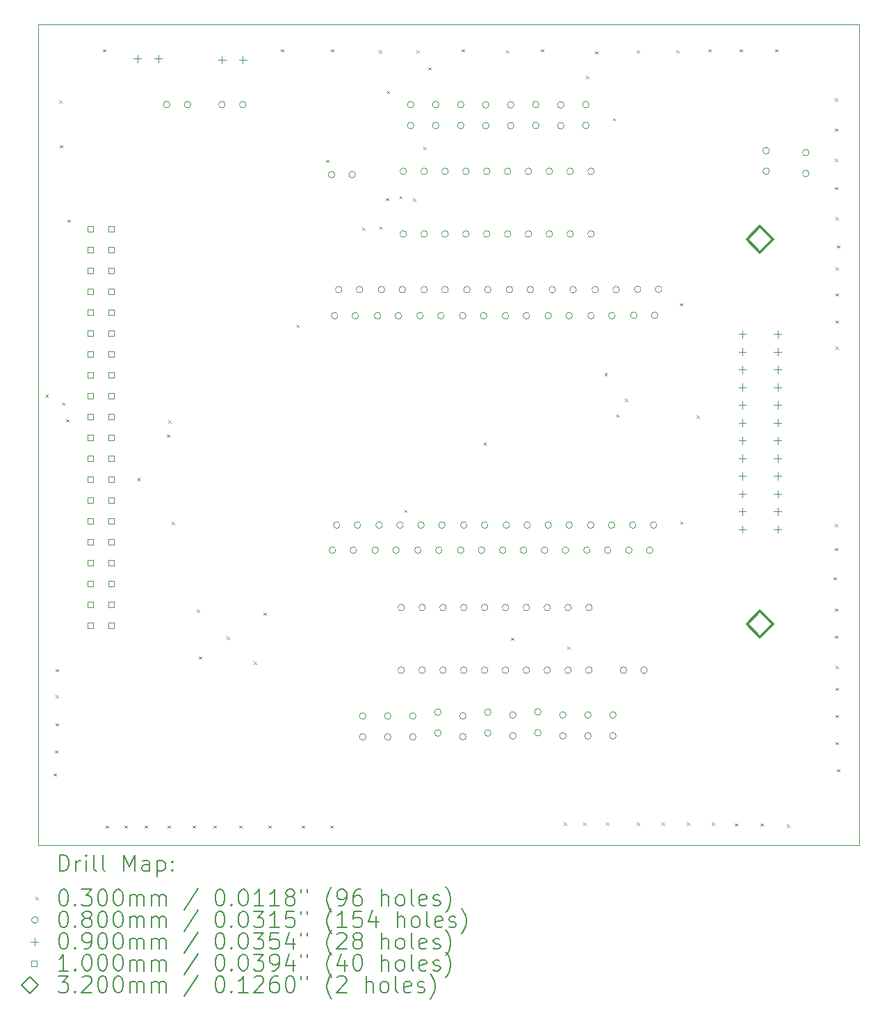
<source format=gbr>
%TF.GenerationSoftware,KiCad,Pcbnew,8.0.8*%
%TF.CreationDate,2025-02-01T04:41:03+02:00*%
%TF.ProjectId,my_raspi_gpib,6d795f72-6173-4706-995f-677069622e6b,rev?*%
%TF.SameCoordinates,Original*%
%TF.FileFunction,Drillmap*%
%TF.FilePolarity,Positive*%
%FSLAX45Y45*%
G04 Gerber Fmt 4.5, Leading zero omitted, Abs format (unit mm)*
G04 Created by KiCad (PCBNEW 8.0.8) date 2025-02-01 04:41:03*
%MOMM*%
%LPD*%
G01*
G04 APERTURE LIST*
%ADD10C,0.050000*%
%ADD11C,0.200000*%
%ADD12C,0.100000*%
%ADD13C,0.320000*%
G04 APERTURE END LIST*
D10*
X20320000Y-15240000D02*
X10325100Y-15240000D01*
X20320000Y-5245100D02*
X20320000Y-15240000D01*
X10325100Y-15240000D02*
X10325100Y-5245100D01*
X10325100Y-5245100D02*
X20320000Y-5245100D01*
D11*
D12*
X10415710Y-9753140D02*
X10445710Y-9783140D01*
X10445710Y-9753140D02*
X10415710Y-9783140D01*
X10513300Y-14361400D02*
X10543300Y-14391400D01*
X10543300Y-14361400D02*
X10513300Y-14391400D01*
X10526000Y-14082000D02*
X10556000Y-14112000D01*
X10556000Y-14082000D02*
X10526000Y-14112000D01*
X10538700Y-13091400D02*
X10568700Y-13121400D01*
X10568700Y-13091400D02*
X10538700Y-13121400D01*
X10538700Y-13408900D02*
X10568700Y-13438900D01*
X10568700Y-13408900D02*
X10538700Y-13438900D01*
X10538700Y-13751800D02*
X10568700Y-13781800D01*
X10568700Y-13751800D02*
X10538700Y-13781800D01*
X10576800Y-6169900D02*
X10606800Y-6199900D01*
X10606800Y-6169900D02*
X10576800Y-6199900D01*
X10589500Y-6716000D02*
X10619500Y-6746000D01*
X10619500Y-6716000D02*
X10589500Y-6746000D01*
X10617590Y-9850260D02*
X10647590Y-9880260D01*
X10647590Y-9850260D02*
X10617590Y-9880260D01*
X10665400Y-10053020D02*
X10695400Y-10083020D01*
X10695400Y-10053020D02*
X10665400Y-10083020D01*
X10681270Y-7621650D02*
X10711270Y-7651650D01*
X10711270Y-7621650D02*
X10681270Y-7651650D01*
X11110200Y-5547600D02*
X11140200Y-5577600D01*
X11140200Y-5547600D02*
X11110200Y-5577600D01*
X11148300Y-14996400D02*
X11178300Y-15026400D01*
X11178300Y-14996400D02*
X11148300Y-15026400D01*
X11376900Y-14996400D02*
X11406900Y-15026400D01*
X11406900Y-14996400D02*
X11376900Y-15026400D01*
X11530360Y-10767300D02*
X11560360Y-10797300D01*
X11560360Y-10767300D02*
X11530360Y-10797300D01*
X11618200Y-14996400D02*
X11648200Y-15026400D01*
X11648200Y-14996400D02*
X11618200Y-15026400D01*
X11892640Y-10238700D02*
X11922640Y-10268700D01*
X11922640Y-10238700D02*
X11892640Y-10268700D01*
X11897600Y-14996400D02*
X11927600Y-15026400D01*
X11927600Y-14996400D02*
X11897600Y-15026400D01*
X11910160Y-10066580D02*
X11940160Y-10096580D01*
X11940160Y-10066580D02*
X11910160Y-10096580D01*
X11951670Y-11302160D02*
X11981670Y-11332160D01*
X11981670Y-11302160D02*
X11951670Y-11332160D01*
X12202400Y-14996400D02*
X12232400Y-15026400D01*
X12232400Y-14996400D02*
X12202400Y-15026400D01*
X12253200Y-12367500D02*
X12283200Y-12397500D01*
X12283200Y-12367500D02*
X12253200Y-12397500D01*
X12278600Y-12939000D02*
X12308600Y-12969000D01*
X12308600Y-12939000D02*
X12278600Y-12969000D01*
X12456400Y-14996400D02*
X12486400Y-15026400D01*
X12486400Y-14996400D02*
X12456400Y-15026400D01*
X12621500Y-12697700D02*
X12651500Y-12727700D01*
X12651500Y-12697700D02*
X12621500Y-12727700D01*
X12773900Y-14996400D02*
X12803900Y-15026400D01*
X12803900Y-14996400D02*
X12773900Y-15026400D01*
X12951700Y-13002500D02*
X12981700Y-13032500D01*
X12981700Y-13002500D02*
X12951700Y-13032500D01*
X13066000Y-12405600D02*
X13096000Y-12435600D01*
X13096000Y-12405600D02*
X13066000Y-12435600D01*
X13129500Y-14996400D02*
X13159500Y-15026400D01*
X13159500Y-14996400D02*
X13129500Y-15026400D01*
X13281900Y-5547600D02*
X13311900Y-5577600D01*
X13311900Y-5547600D02*
X13281900Y-5577600D01*
X13470920Y-8900440D02*
X13500920Y-8930440D01*
X13500920Y-8900440D02*
X13470920Y-8930440D01*
X13535900Y-14996400D02*
X13565900Y-15026400D01*
X13565900Y-14996400D02*
X13535900Y-15026400D01*
X13829150Y-6894140D02*
X13859150Y-6924140D01*
X13859150Y-6894140D02*
X13829150Y-6924140D01*
X13878800Y-14996400D02*
X13908800Y-15026400D01*
X13908800Y-14996400D02*
X13878800Y-15026400D01*
X13891500Y-5547600D02*
X13921500Y-5577600D01*
X13921500Y-5547600D02*
X13891500Y-5577600D01*
X14272300Y-7719360D02*
X14302300Y-7749360D01*
X14302300Y-7719360D02*
X14272300Y-7749360D01*
X14475700Y-5560300D02*
X14505700Y-5590300D01*
X14505700Y-5560300D02*
X14475700Y-5590300D01*
X14477640Y-7706190D02*
X14507640Y-7736190D01*
X14507640Y-7706190D02*
X14477640Y-7736190D01*
X14556330Y-7361320D02*
X14586330Y-7391320D01*
X14586330Y-7361320D02*
X14556330Y-7391320D01*
X14571560Y-6055870D02*
X14601560Y-6085870D01*
X14601560Y-6055870D02*
X14571560Y-6085870D01*
X14724670Y-7335770D02*
X14754670Y-7365770D01*
X14754670Y-7335770D02*
X14724670Y-7365770D01*
X14782190Y-11154200D02*
X14812190Y-11184200D01*
X14812190Y-11154200D02*
X14782190Y-11184200D01*
X14890530Y-7365620D02*
X14920530Y-7395620D01*
X14920530Y-7365620D02*
X14890530Y-7395620D01*
X14932900Y-5560300D02*
X14962900Y-5590300D01*
X14962900Y-5560300D02*
X14932900Y-5590300D01*
X15013160Y-6737070D02*
X15043160Y-6767070D01*
X15043160Y-6737070D02*
X15013160Y-6767070D01*
X15076880Y-5768300D02*
X15106880Y-5798300D01*
X15106880Y-5768300D02*
X15076880Y-5798300D01*
X15479000Y-5547600D02*
X15509000Y-5577600D01*
X15509000Y-5547600D02*
X15479000Y-5577600D01*
X15749460Y-10337370D02*
X15779460Y-10367370D01*
X15779460Y-10337370D02*
X15749460Y-10367370D01*
X16025100Y-5560300D02*
X16055100Y-5590300D01*
X16055100Y-5560300D02*
X16025100Y-5590300D01*
X16081750Y-12713500D02*
X16111750Y-12743500D01*
X16111750Y-12713500D02*
X16081750Y-12743500D01*
X16444200Y-5547600D02*
X16474200Y-5577600D01*
X16474200Y-5547600D02*
X16444200Y-5577600D01*
X16723600Y-14958300D02*
X16753600Y-14988300D01*
X16753600Y-14958300D02*
X16723600Y-14988300D01*
X16767180Y-12817260D02*
X16797180Y-12847260D01*
X16797180Y-12817260D02*
X16767180Y-12847260D01*
X16964900Y-14958300D02*
X16994900Y-14988300D01*
X16994900Y-14958300D02*
X16964900Y-14988300D01*
X16996850Y-5876220D02*
X17026850Y-5906220D01*
X17026850Y-5876220D02*
X16996850Y-5906220D01*
X17104600Y-5573000D02*
X17134600Y-5603000D01*
X17134600Y-5573000D02*
X17104600Y-5603000D01*
X17222260Y-9491080D02*
X17252260Y-9521080D01*
X17252260Y-9491080D02*
X17222260Y-9521080D01*
X17244300Y-14958300D02*
X17274300Y-14988300D01*
X17274300Y-14958300D02*
X17244300Y-14988300D01*
X17321600Y-6386630D02*
X17351600Y-6416630D01*
X17351600Y-6386630D02*
X17321600Y-6416630D01*
X17365830Y-9992540D02*
X17395830Y-10022540D01*
X17395830Y-9992540D02*
X17365830Y-10022540D01*
X17468630Y-9801550D02*
X17498630Y-9831550D01*
X17498630Y-9801550D02*
X17468630Y-9831550D01*
X17612600Y-5560300D02*
X17642600Y-5590300D01*
X17642600Y-5560300D02*
X17612600Y-5590300D01*
X17612600Y-14958300D02*
X17642600Y-14988300D01*
X17642600Y-14958300D02*
X17612600Y-14988300D01*
X17917400Y-14958300D02*
X17947400Y-14988300D01*
X17947400Y-14958300D02*
X17917400Y-14988300D01*
X18095200Y-5560300D02*
X18125200Y-5590300D01*
X18125200Y-5560300D02*
X18095200Y-5590300D01*
X18138650Y-8638840D02*
X18168650Y-8668840D01*
X18168650Y-8638840D02*
X18138650Y-8668840D01*
X18142600Y-11296040D02*
X18172600Y-11326040D01*
X18172600Y-11296040D02*
X18142600Y-11326040D01*
X18222200Y-14958300D02*
X18252200Y-14988300D01*
X18252200Y-14958300D02*
X18222200Y-14988300D01*
X18345090Y-10004870D02*
X18375090Y-10034870D01*
X18375090Y-10004870D02*
X18345090Y-10034870D01*
X18488900Y-5547600D02*
X18518900Y-5577600D01*
X18518900Y-5547600D02*
X18488900Y-5577600D01*
X18527000Y-14958300D02*
X18557000Y-14988300D01*
X18557000Y-14958300D02*
X18527000Y-14988300D01*
X18806400Y-14971000D02*
X18836400Y-15001000D01*
X18836400Y-14971000D02*
X18806400Y-15001000D01*
X18869900Y-5547600D02*
X18899900Y-5577600D01*
X18899900Y-5547600D02*
X18869900Y-5577600D01*
X19123900Y-14971000D02*
X19153900Y-15001000D01*
X19153900Y-14971000D02*
X19123900Y-15001000D01*
X19301700Y-5547600D02*
X19331700Y-5577600D01*
X19331700Y-5547600D02*
X19301700Y-5577600D01*
X19441400Y-14983700D02*
X19471400Y-15013700D01*
X19471400Y-14983700D02*
X19441400Y-15013700D01*
X20012900Y-11973800D02*
X20042900Y-12003800D01*
X20042900Y-11973800D02*
X20012900Y-12003800D01*
X20025600Y-6144500D02*
X20055600Y-6174500D01*
X20055600Y-6144500D02*
X20025600Y-6174500D01*
X20025600Y-6512800D02*
X20055600Y-6542800D01*
X20055600Y-6512800D02*
X20025600Y-6542800D01*
X20025600Y-6881100D02*
X20055600Y-6911100D01*
X20055600Y-6881100D02*
X20025600Y-6911100D01*
X20025600Y-7224000D02*
X20055600Y-7254000D01*
X20055600Y-7224000D02*
X20025600Y-7254000D01*
X20025600Y-11326100D02*
X20055600Y-11356100D01*
X20055600Y-11326100D02*
X20025600Y-11356100D01*
X20025600Y-11618200D02*
X20055600Y-11648200D01*
X20055600Y-11618200D02*
X20025600Y-11648200D01*
X20025600Y-12354800D02*
X20055600Y-12384800D01*
X20055600Y-12354800D02*
X20025600Y-12384800D01*
X20025600Y-12685000D02*
X20055600Y-12715000D01*
X20055600Y-12685000D02*
X20025600Y-12715000D01*
X20038300Y-7592300D02*
X20068300Y-7622300D01*
X20068300Y-7592300D02*
X20038300Y-7622300D01*
X20038300Y-8201900D02*
X20068300Y-8231900D01*
X20068300Y-8201900D02*
X20038300Y-8231900D01*
X20038300Y-8519400D02*
X20068300Y-8549400D01*
X20068300Y-8519400D02*
X20038300Y-8549400D01*
X20038300Y-8849600D02*
X20068300Y-8879600D01*
X20068300Y-8849600D02*
X20038300Y-8879600D01*
X20038300Y-9167100D02*
X20068300Y-9197100D01*
X20068300Y-9167100D02*
X20038300Y-9197100D01*
X20038300Y-13053300D02*
X20068300Y-13083300D01*
X20068300Y-13053300D02*
X20038300Y-13083300D01*
X20038300Y-13320000D02*
X20068300Y-13350000D01*
X20068300Y-13320000D02*
X20038300Y-13350000D01*
X20038300Y-13650200D02*
X20068300Y-13680200D01*
X20068300Y-13650200D02*
X20038300Y-13680200D01*
X20038300Y-13980400D02*
X20068300Y-14010400D01*
X20068300Y-13980400D02*
X20038300Y-14010400D01*
X20051000Y-7935200D02*
X20081000Y-7965200D01*
X20081000Y-7935200D02*
X20051000Y-7965200D01*
X20051000Y-14310600D02*
X20081000Y-14340600D01*
X20081000Y-14310600D02*
X20051000Y-14340600D01*
X11927200Y-6223000D02*
G75*
G02*
X11847200Y-6223000I-40000J0D01*
G01*
X11847200Y-6223000D02*
G75*
G02*
X11927200Y-6223000I40000J0D01*
G01*
X12181200Y-6223000D02*
G75*
G02*
X12101200Y-6223000I-40000J0D01*
G01*
X12101200Y-6223000D02*
G75*
G02*
X12181200Y-6223000I40000J0D01*
G01*
X12600300Y-6223000D02*
G75*
G02*
X12520300Y-6223000I-40000J0D01*
G01*
X12520300Y-6223000D02*
G75*
G02*
X12600300Y-6223000I40000J0D01*
G01*
X12854300Y-6223000D02*
G75*
G02*
X12774300Y-6223000I-40000J0D01*
G01*
X12774300Y-6223000D02*
G75*
G02*
X12854300Y-6223000I40000J0D01*
G01*
X13935800Y-7073900D02*
G75*
G02*
X13855800Y-7073900I-40000J0D01*
G01*
X13855800Y-7073900D02*
G75*
G02*
X13935800Y-7073900I40000J0D01*
G01*
X13946500Y-11645900D02*
G75*
G02*
X13866500Y-11645900I-40000J0D01*
G01*
X13866500Y-11645900D02*
G75*
G02*
X13946500Y-11645900I40000J0D01*
G01*
X13971900Y-8792700D02*
G75*
G02*
X13891900Y-8792700I-40000J0D01*
G01*
X13891900Y-8792700D02*
G75*
G02*
X13971900Y-8792700I40000J0D01*
G01*
X13997300Y-11341100D02*
G75*
G02*
X13917300Y-11341100I-40000J0D01*
G01*
X13917300Y-11341100D02*
G75*
G02*
X13997300Y-11341100I40000J0D01*
G01*
X14022700Y-8475200D02*
G75*
G02*
X13942700Y-8475200I-40000J0D01*
G01*
X13942700Y-8475200D02*
G75*
G02*
X14022700Y-8475200I40000J0D01*
G01*
X14185800Y-7073900D02*
G75*
G02*
X14105800Y-7073900I-40000J0D01*
G01*
X14105800Y-7073900D02*
G75*
G02*
X14185800Y-7073900I40000J0D01*
G01*
X14200500Y-11645900D02*
G75*
G02*
X14120500Y-11645900I-40000J0D01*
G01*
X14120500Y-11645900D02*
G75*
G02*
X14200500Y-11645900I40000J0D01*
G01*
X14225900Y-8792700D02*
G75*
G02*
X14145900Y-8792700I-40000J0D01*
G01*
X14145900Y-8792700D02*
G75*
G02*
X14225900Y-8792700I40000J0D01*
G01*
X14251300Y-11341100D02*
G75*
G02*
X14171300Y-11341100I-40000J0D01*
G01*
X14171300Y-11341100D02*
G75*
G02*
X14251300Y-11341100I40000J0D01*
G01*
X14276700Y-8475200D02*
G75*
G02*
X14196700Y-8475200I-40000J0D01*
G01*
X14196700Y-8475200D02*
G75*
G02*
X14276700Y-8475200I40000J0D01*
G01*
X14314800Y-13665200D02*
G75*
G02*
X14234800Y-13665200I-40000J0D01*
G01*
X14234800Y-13665200D02*
G75*
G02*
X14314800Y-13665200I40000J0D01*
G01*
X14314800Y-13919200D02*
G75*
G02*
X14234800Y-13919200I-40000J0D01*
G01*
X14234800Y-13919200D02*
G75*
G02*
X14314800Y-13919200I40000J0D01*
G01*
X14467200Y-11645900D02*
G75*
G02*
X14387200Y-11645900I-40000J0D01*
G01*
X14387200Y-11645900D02*
G75*
G02*
X14467200Y-11645900I40000J0D01*
G01*
X14495500Y-8792700D02*
G75*
G02*
X14415500Y-8792700I-40000J0D01*
G01*
X14415500Y-8792700D02*
G75*
G02*
X14495500Y-8792700I40000J0D01*
G01*
X14515100Y-11341100D02*
G75*
G02*
X14435100Y-11341100I-40000J0D01*
G01*
X14435100Y-11341100D02*
G75*
G02*
X14515100Y-11341100I40000J0D01*
G01*
X14543400Y-8475200D02*
G75*
G02*
X14463400Y-8475200I-40000J0D01*
G01*
X14463400Y-8475200D02*
G75*
G02*
X14543400Y-8475200I40000J0D01*
G01*
X14619600Y-13665200D02*
G75*
G02*
X14539600Y-13665200I-40000J0D01*
G01*
X14539600Y-13665200D02*
G75*
G02*
X14619600Y-13665200I40000J0D01*
G01*
X14619600Y-13919200D02*
G75*
G02*
X14539600Y-13919200I-40000J0D01*
G01*
X14539600Y-13919200D02*
G75*
G02*
X14619600Y-13919200I40000J0D01*
G01*
X14721200Y-11645900D02*
G75*
G02*
X14641200Y-11645900I-40000J0D01*
G01*
X14641200Y-11645900D02*
G75*
G02*
X14721200Y-11645900I40000J0D01*
G01*
X14749500Y-8792700D02*
G75*
G02*
X14669500Y-8792700I-40000J0D01*
G01*
X14669500Y-8792700D02*
G75*
G02*
X14749500Y-8792700I40000J0D01*
G01*
X14769100Y-11341100D02*
G75*
G02*
X14689100Y-11341100I-40000J0D01*
G01*
X14689100Y-11341100D02*
G75*
G02*
X14769100Y-11341100I40000J0D01*
G01*
X14784700Y-12344400D02*
G75*
G02*
X14704700Y-12344400I-40000J0D01*
G01*
X14704700Y-12344400D02*
G75*
G02*
X14784700Y-12344400I40000J0D01*
G01*
X14784700Y-13106400D02*
G75*
G02*
X14704700Y-13106400I-40000J0D01*
G01*
X14704700Y-13106400D02*
G75*
G02*
X14784700Y-13106400I40000J0D01*
G01*
X14797400Y-8475200D02*
G75*
G02*
X14717400Y-8475200I-40000J0D01*
G01*
X14717400Y-8475200D02*
G75*
G02*
X14797400Y-8475200I40000J0D01*
G01*
X14810100Y-7035800D02*
G75*
G02*
X14730100Y-7035800I-40000J0D01*
G01*
X14730100Y-7035800D02*
G75*
G02*
X14810100Y-7035800I40000J0D01*
G01*
X14810100Y-7797800D02*
G75*
G02*
X14730100Y-7797800I-40000J0D01*
G01*
X14730100Y-7797800D02*
G75*
G02*
X14810100Y-7797800I40000J0D01*
G01*
X14899000Y-6223000D02*
G75*
G02*
X14819000Y-6223000I-40000J0D01*
G01*
X14819000Y-6223000D02*
G75*
G02*
X14899000Y-6223000I40000J0D01*
G01*
X14899000Y-6477000D02*
G75*
G02*
X14819000Y-6477000I-40000J0D01*
G01*
X14819000Y-6477000D02*
G75*
G02*
X14899000Y-6477000I40000J0D01*
G01*
X14924400Y-13665200D02*
G75*
G02*
X14844400Y-13665200I-40000J0D01*
G01*
X14844400Y-13665200D02*
G75*
G02*
X14924400Y-13665200I40000J0D01*
G01*
X14924400Y-13919200D02*
G75*
G02*
X14844400Y-13919200I-40000J0D01*
G01*
X14844400Y-13919200D02*
G75*
G02*
X14924400Y-13919200I40000J0D01*
G01*
X14987900Y-11645900D02*
G75*
G02*
X14907900Y-11645900I-40000J0D01*
G01*
X14907900Y-11645900D02*
G75*
G02*
X14987900Y-11645900I40000J0D01*
G01*
X15013300Y-8792700D02*
G75*
G02*
X14933300Y-8792700I-40000J0D01*
G01*
X14933300Y-8792700D02*
G75*
G02*
X15013300Y-8792700I40000J0D01*
G01*
X15026000Y-11341100D02*
G75*
G02*
X14946000Y-11341100I-40000J0D01*
G01*
X14946000Y-11341100D02*
G75*
G02*
X15026000Y-11341100I40000J0D01*
G01*
X15038700Y-12344400D02*
G75*
G02*
X14958700Y-12344400I-40000J0D01*
G01*
X14958700Y-12344400D02*
G75*
G02*
X15038700Y-12344400I40000J0D01*
G01*
X15038700Y-13106400D02*
G75*
G02*
X14958700Y-13106400I-40000J0D01*
G01*
X14958700Y-13106400D02*
G75*
G02*
X15038700Y-13106400I40000J0D01*
G01*
X15064100Y-7035800D02*
G75*
G02*
X14984100Y-7035800I-40000J0D01*
G01*
X14984100Y-7035800D02*
G75*
G02*
X15064100Y-7035800I40000J0D01*
G01*
X15064100Y-7797800D02*
G75*
G02*
X14984100Y-7797800I-40000J0D01*
G01*
X14984100Y-7797800D02*
G75*
G02*
X15064100Y-7797800I40000J0D01*
G01*
X15064100Y-8475200D02*
G75*
G02*
X14984100Y-8475200I-40000J0D01*
G01*
X14984100Y-8475200D02*
G75*
G02*
X15064100Y-8475200I40000J0D01*
G01*
X15203800Y-6223000D02*
G75*
G02*
X15123800Y-6223000I-40000J0D01*
G01*
X15123800Y-6223000D02*
G75*
G02*
X15203800Y-6223000I40000J0D01*
G01*
X15203800Y-6477000D02*
G75*
G02*
X15123800Y-6477000I-40000J0D01*
G01*
X15123800Y-6477000D02*
G75*
G02*
X15203800Y-6477000I40000J0D01*
G01*
X15229200Y-13617300D02*
G75*
G02*
X15149200Y-13617300I-40000J0D01*
G01*
X15149200Y-13617300D02*
G75*
G02*
X15229200Y-13617300I40000J0D01*
G01*
X15229200Y-13871300D02*
G75*
G02*
X15149200Y-13871300I-40000J0D01*
G01*
X15149200Y-13871300D02*
G75*
G02*
X15229200Y-13871300I40000J0D01*
G01*
X15241900Y-11645900D02*
G75*
G02*
X15161900Y-11645900I-40000J0D01*
G01*
X15161900Y-11645900D02*
G75*
G02*
X15241900Y-11645900I40000J0D01*
G01*
X15267300Y-8792700D02*
G75*
G02*
X15187300Y-8792700I-40000J0D01*
G01*
X15187300Y-8792700D02*
G75*
G02*
X15267300Y-8792700I40000J0D01*
G01*
X15280000Y-11341100D02*
G75*
G02*
X15200000Y-11341100I-40000J0D01*
G01*
X15200000Y-11341100D02*
G75*
G02*
X15280000Y-11341100I40000J0D01*
G01*
X15292700Y-12344400D02*
G75*
G02*
X15212700Y-12344400I-40000J0D01*
G01*
X15212700Y-12344400D02*
G75*
G02*
X15292700Y-12344400I40000J0D01*
G01*
X15292700Y-13106400D02*
G75*
G02*
X15212700Y-13106400I-40000J0D01*
G01*
X15212700Y-13106400D02*
G75*
G02*
X15292700Y-13106400I40000J0D01*
G01*
X15318100Y-7035800D02*
G75*
G02*
X15238100Y-7035800I-40000J0D01*
G01*
X15238100Y-7035800D02*
G75*
G02*
X15318100Y-7035800I40000J0D01*
G01*
X15318100Y-7797800D02*
G75*
G02*
X15238100Y-7797800I-40000J0D01*
G01*
X15238100Y-7797800D02*
G75*
G02*
X15318100Y-7797800I40000J0D01*
G01*
X15318100Y-8475200D02*
G75*
G02*
X15238100Y-8475200I-40000J0D01*
G01*
X15238100Y-8475200D02*
G75*
G02*
X15318100Y-8475200I40000J0D01*
G01*
X15508600Y-6223000D02*
G75*
G02*
X15428600Y-6223000I-40000J0D01*
G01*
X15428600Y-6223000D02*
G75*
G02*
X15508600Y-6223000I40000J0D01*
G01*
X15508600Y-6477000D02*
G75*
G02*
X15428600Y-6477000I-40000J0D01*
G01*
X15428600Y-6477000D02*
G75*
G02*
X15508600Y-6477000I40000J0D01*
G01*
X15508600Y-11645900D02*
G75*
G02*
X15428600Y-11645900I-40000J0D01*
G01*
X15428600Y-11645900D02*
G75*
G02*
X15508600Y-11645900I40000J0D01*
G01*
X15534000Y-8792700D02*
G75*
G02*
X15454000Y-8792700I-40000J0D01*
G01*
X15454000Y-8792700D02*
G75*
G02*
X15534000Y-8792700I40000J0D01*
G01*
X15534000Y-13662300D02*
G75*
G02*
X15454000Y-13662300I-40000J0D01*
G01*
X15454000Y-13662300D02*
G75*
G02*
X15534000Y-13662300I40000J0D01*
G01*
X15534000Y-13916300D02*
G75*
G02*
X15454000Y-13916300I-40000J0D01*
G01*
X15454000Y-13916300D02*
G75*
G02*
X15534000Y-13916300I40000J0D01*
G01*
X15546700Y-11341100D02*
G75*
G02*
X15466700Y-11341100I-40000J0D01*
G01*
X15466700Y-11341100D02*
G75*
G02*
X15546700Y-11341100I40000J0D01*
G01*
X15546700Y-12344400D02*
G75*
G02*
X15466700Y-12344400I-40000J0D01*
G01*
X15466700Y-12344400D02*
G75*
G02*
X15546700Y-12344400I40000J0D01*
G01*
X15546700Y-13106400D02*
G75*
G02*
X15466700Y-13106400I-40000J0D01*
G01*
X15466700Y-13106400D02*
G75*
G02*
X15546700Y-13106400I40000J0D01*
G01*
X15572100Y-7035800D02*
G75*
G02*
X15492100Y-7035800I-40000J0D01*
G01*
X15492100Y-7035800D02*
G75*
G02*
X15572100Y-7035800I40000J0D01*
G01*
X15572100Y-7797800D02*
G75*
G02*
X15492100Y-7797800I-40000J0D01*
G01*
X15492100Y-7797800D02*
G75*
G02*
X15572100Y-7797800I40000J0D01*
G01*
X15584800Y-8475200D02*
G75*
G02*
X15504800Y-8475200I-40000J0D01*
G01*
X15504800Y-8475200D02*
G75*
G02*
X15584800Y-8475200I40000J0D01*
G01*
X15762600Y-11645900D02*
G75*
G02*
X15682600Y-11645900I-40000J0D01*
G01*
X15682600Y-11645900D02*
G75*
G02*
X15762600Y-11645900I40000J0D01*
G01*
X15788000Y-8792700D02*
G75*
G02*
X15708000Y-8792700I-40000J0D01*
G01*
X15708000Y-8792700D02*
G75*
G02*
X15788000Y-8792700I40000J0D01*
G01*
X15800700Y-11341100D02*
G75*
G02*
X15720700Y-11341100I-40000J0D01*
G01*
X15720700Y-11341100D02*
G75*
G02*
X15800700Y-11341100I40000J0D01*
G01*
X15800700Y-12344400D02*
G75*
G02*
X15720700Y-12344400I-40000J0D01*
G01*
X15720700Y-12344400D02*
G75*
G02*
X15800700Y-12344400I40000J0D01*
G01*
X15800700Y-13106400D02*
G75*
G02*
X15720700Y-13106400I-40000J0D01*
G01*
X15720700Y-13106400D02*
G75*
G02*
X15800700Y-13106400I40000J0D01*
G01*
X15813400Y-6225900D02*
G75*
G02*
X15733400Y-6225900I-40000J0D01*
G01*
X15733400Y-6225900D02*
G75*
G02*
X15813400Y-6225900I40000J0D01*
G01*
X15813400Y-6479900D02*
G75*
G02*
X15733400Y-6479900I-40000J0D01*
G01*
X15733400Y-6479900D02*
G75*
G02*
X15813400Y-6479900I40000J0D01*
G01*
X15826100Y-7035800D02*
G75*
G02*
X15746100Y-7035800I-40000J0D01*
G01*
X15746100Y-7035800D02*
G75*
G02*
X15826100Y-7035800I40000J0D01*
G01*
X15826100Y-7797800D02*
G75*
G02*
X15746100Y-7797800I-40000J0D01*
G01*
X15746100Y-7797800D02*
G75*
G02*
X15826100Y-7797800I40000J0D01*
G01*
X15838800Y-8475200D02*
G75*
G02*
X15758800Y-8475200I-40000J0D01*
G01*
X15758800Y-8475200D02*
G75*
G02*
X15838800Y-8475200I40000J0D01*
G01*
X15838800Y-13617300D02*
G75*
G02*
X15758800Y-13617300I-40000J0D01*
G01*
X15758800Y-13617300D02*
G75*
G02*
X15838800Y-13617300I40000J0D01*
G01*
X15838800Y-13871300D02*
G75*
G02*
X15758800Y-13871300I-40000J0D01*
G01*
X15758800Y-13871300D02*
G75*
G02*
X15838800Y-13871300I40000J0D01*
G01*
X16019500Y-11645900D02*
G75*
G02*
X15939500Y-11645900I-40000J0D01*
G01*
X15939500Y-11645900D02*
G75*
G02*
X16019500Y-11645900I40000J0D01*
G01*
X16054700Y-8792700D02*
G75*
G02*
X15974700Y-8792700I-40000J0D01*
G01*
X15974700Y-8792700D02*
G75*
G02*
X16054700Y-8792700I40000J0D01*
G01*
X16054700Y-12344400D02*
G75*
G02*
X15974700Y-12344400I-40000J0D01*
G01*
X15974700Y-12344400D02*
G75*
G02*
X16054700Y-12344400I40000J0D01*
G01*
X16054700Y-13106400D02*
G75*
G02*
X15974700Y-13106400I-40000J0D01*
G01*
X15974700Y-13106400D02*
G75*
G02*
X16054700Y-13106400I40000J0D01*
G01*
X16064500Y-11341100D02*
G75*
G02*
X15984500Y-11341100I-40000J0D01*
G01*
X15984500Y-11341100D02*
G75*
G02*
X16064500Y-11341100I40000J0D01*
G01*
X16080100Y-7035800D02*
G75*
G02*
X16000100Y-7035800I-40000J0D01*
G01*
X16000100Y-7035800D02*
G75*
G02*
X16080100Y-7035800I40000J0D01*
G01*
X16080100Y-7797800D02*
G75*
G02*
X16000100Y-7797800I-40000J0D01*
G01*
X16000100Y-7797800D02*
G75*
G02*
X16080100Y-7797800I40000J0D01*
G01*
X16102600Y-8475200D02*
G75*
G02*
X16022600Y-8475200I-40000J0D01*
G01*
X16022600Y-8475200D02*
G75*
G02*
X16102600Y-8475200I40000J0D01*
G01*
X16118200Y-6225900D02*
G75*
G02*
X16038200Y-6225900I-40000J0D01*
G01*
X16038200Y-6225900D02*
G75*
G02*
X16118200Y-6225900I40000J0D01*
G01*
X16118200Y-6479900D02*
G75*
G02*
X16038200Y-6479900I-40000J0D01*
G01*
X16038200Y-6479900D02*
G75*
G02*
X16118200Y-6479900I40000J0D01*
G01*
X16143600Y-13652500D02*
G75*
G02*
X16063600Y-13652500I-40000J0D01*
G01*
X16063600Y-13652500D02*
G75*
G02*
X16143600Y-13652500I40000J0D01*
G01*
X16143600Y-13906500D02*
G75*
G02*
X16063600Y-13906500I-40000J0D01*
G01*
X16063600Y-13906500D02*
G75*
G02*
X16143600Y-13906500I40000J0D01*
G01*
X16273500Y-11645900D02*
G75*
G02*
X16193500Y-11645900I-40000J0D01*
G01*
X16193500Y-11645900D02*
G75*
G02*
X16273500Y-11645900I40000J0D01*
G01*
X16308700Y-8792700D02*
G75*
G02*
X16228700Y-8792700I-40000J0D01*
G01*
X16228700Y-8792700D02*
G75*
G02*
X16308700Y-8792700I40000J0D01*
G01*
X16308700Y-12344400D02*
G75*
G02*
X16228700Y-12344400I-40000J0D01*
G01*
X16228700Y-12344400D02*
G75*
G02*
X16308700Y-12344400I40000J0D01*
G01*
X16308700Y-13106400D02*
G75*
G02*
X16228700Y-13106400I-40000J0D01*
G01*
X16228700Y-13106400D02*
G75*
G02*
X16308700Y-13106400I40000J0D01*
G01*
X16318500Y-11341100D02*
G75*
G02*
X16238500Y-11341100I-40000J0D01*
G01*
X16238500Y-11341100D02*
G75*
G02*
X16318500Y-11341100I40000J0D01*
G01*
X16334100Y-7035800D02*
G75*
G02*
X16254100Y-7035800I-40000J0D01*
G01*
X16254100Y-7035800D02*
G75*
G02*
X16334100Y-7035800I40000J0D01*
G01*
X16334100Y-7797800D02*
G75*
G02*
X16254100Y-7797800I-40000J0D01*
G01*
X16254100Y-7797800D02*
G75*
G02*
X16334100Y-7797800I40000J0D01*
G01*
X16356600Y-8475200D02*
G75*
G02*
X16276600Y-8475200I-40000J0D01*
G01*
X16276600Y-8475200D02*
G75*
G02*
X16356600Y-8475200I40000J0D01*
G01*
X16423000Y-6223000D02*
G75*
G02*
X16343000Y-6223000I-40000J0D01*
G01*
X16343000Y-6223000D02*
G75*
G02*
X16423000Y-6223000I40000J0D01*
G01*
X16423000Y-6477000D02*
G75*
G02*
X16343000Y-6477000I-40000J0D01*
G01*
X16343000Y-6477000D02*
G75*
G02*
X16423000Y-6477000I40000J0D01*
G01*
X16448400Y-13614400D02*
G75*
G02*
X16368400Y-13614400I-40000J0D01*
G01*
X16368400Y-13614400D02*
G75*
G02*
X16448400Y-13614400I40000J0D01*
G01*
X16448400Y-13868400D02*
G75*
G02*
X16368400Y-13868400I-40000J0D01*
G01*
X16368400Y-13868400D02*
G75*
G02*
X16448400Y-13868400I40000J0D01*
G01*
X16530400Y-11645900D02*
G75*
G02*
X16450400Y-11645900I-40000J0D01*
G01*
X16450400Y-11645900D02*
G75*
G02*
X16530400Y-11645900I40000J0D01*
G01*
X16562700Y-12344400D02*
G75*
G02*
X16482700Y-12344400I-40000J0D01*
G01*
X16482700Y-12344400D02*
G75*
G02*
X16562700Y-12344400I40000J0D01*
G01*
X16562700Y-13106400D02*
G75*
G02*
X16482700Y-13106400I-40000J0D01*
G01*
X16482700Y-13106400D02*
G75*
G02*
X16562700Y-13106400I40000J0D01*
G01*
X16575400Y-8792700D02*
G75*
G02*
X16495400Y-8792700I-40000J0D01*
G01*
X16495400Y-8792700D02*
G75*
G02*
X16575400Y-8792700I40000J0D01*
G01*
X16575400Y-11341100D02*
G75*
G02*
X16495400Y-11341100I-40000J0D01*
G01*
X16495400Y-11341100D02*
G75*
G02*
X16575400Y-11341100I40000J0D01*
G01*
X16588100Y-7035800D02*
G75*
G02*
X16508100Y-7035800I-40000J0D01*
G01*
X16508100Y-7035800D02*
G75*
G02*
X16588100Y-7035800I40000J0D01*
G01*
X16588100Y-7797800D02*
G75*
G02*
X16508100Y-7797800I-40000J0D01*
G01*
X16508100Y-7797800D02*
G75*
G02*
X16588100Y-7797800I40000J0D01*
G01*
X16623300Y-8475200D02*
G75*
G02*
X16543300Y-8475200I-40000J0D01*
G01*
X16543300Y-8475200D02*
G75*
G02*
X16623300Y-8475200I40000J0D01*
G01*
X16727800Y-6225900D02*
G75*
G02*
X16647800Y-6225900I-40000J0D01*
G01*
X16647800Y-6225900D02*
G75*
G02*
X16727800Y-6225900I40000J0D01*
G01*
X16727800Y-6479900D02*
G75*
G02*
X16647800Y-6479900I-40000J0D01*
G01*
X16647800Y-6479900D02*
G75*
G02*
X16727800Y-6479900I40000J0D01*
G01*
X16753200Y-13652500D02*
G75*
G02*
X16673200Y-13652500I-40000J0D01*
G01*
X16673200Y-13652500D02*
G75*
G02*
X16753200Y-13652500I40000J0D01*
G01*
X16753200Y-13906500D02*
G75*
G02*
X16673200Y-13906500I-40000J0D01*
G01*
X16673200Y-13906500D02*
G75*
G02*
X16753200Y-13906500I40000J0D01*
G01*
X16784400Y-11645900D02*
G75*
G02*
X16704400Y-11645900I-40000J0D01*
G01*
X16704400Y-11645900D02*
G75*
G02*
X16784400Y-11645900I40000J0D01*
G01*
X16816700Y-12344400D02*
G75*
G02*
X16736700Y-12344400I-40000J0D01*
G01*
X16736700Y-12344400D02*
G75*
G02*
X16816700Y-12344400I40000J0D01*
G01*
X16816700Y-13106400D02*
G75*
G02*
X16736700Y-13106400I-40000J0D01*
G01*
X16736700Y-13106400D02*
G75*
G02*
X16816700Y-13106400I40000J0D01*
G01*
X16829400Y-8792700D02*
G75*
G02*
X16749400Y-8792700I-40000J0D01*
G01*
X16749400Y-8792700D02*
G75*
G02*
X16829400Y-8792700I40000J0D01*
G01*
X16829400Y-11341100D02*
G75*
G02*
X16749400Y-11341100I-40000J0D01*
G01*
X16749400Y-11341100D02*
G75*
G02*
X16829400Y-11341100I40000J0D01*
G01*
X16842100Y-7035800D02*
G75*
G02*
X16762100Y-7035800I-40000J0D01*
G01*
X16762100Y-7035800D02*
G75*
G02*
X16842100Y-7035800I40000J0D01*
G01*
X16842100Y-7797800D02*
G75*
G02*
X16762100Y-7797800I-40000J0D01*
G01*
X16762100Y-7797800D02*
G75*
G02*
X16842100Y-7797800I40000J0D01*
G01*
X16877300Y-8475200D02*
G75*
G02*
X16797300Y-8475200I-40000J0D01*
G01*
X16797300Y-8475200D02*
G75*
G02*
X16877300Y-8475200I40000J0D01*
G01*
X17032600Y-6223000D02*
G75*
G02*
X16952600Y-6223000I-40000J0D01*
G01*
X16952600Y-6223000D02*
G75*
G02*
X17032600Y-6223000I40000J0D01*
G01*
X17032600Y-6477000D02*
G75*
G02*
X16952600Y-6477000I-40000J0D01*
G01*
X16952600Y-6477000D02*
G75*
G02*
X17032600Y-6477000I40000J0D01*
G01*
X17045300Y-11645900D02*
G75*
G02*
X16965300Y-11645900I-40000J0D01*
G01*
X16965300Y-11645900D02*
G75*
G02*
X17045300Y-11645900I40000J0D01*
G01*
X17058000Y-13652500D02*
G75*
G02*
X16978000Y-13652500I-40000J0D01*
G01*
X16978000Y-13652500D02*
G75*
G02*
X17058000Y-13652500I40000J0D01*
G01*
X17058000Y-13906500D02*
G75*
G02*
X16978000Y-13906500I-40000J0D01*
G01*
X16978000Y-13906500D02*
G75*
G02*
X17058000Y-13906500I40000J0D01*
G01*
X17070700Y-12344400D02*
G75*
G02*
X16990700Y-12344400I-40000J0D01*
G01*
X16990700Y-12344400D02*
G75*
G02*
X17070700Y-12344400I40000J0D01*
G01*
X17070700Y-13106400D02*
G75*
G02*
X16990700Y-13106400I-40000J0D01*
G01*
X16990700Y-13106400D02*
G75*
G02*
X17070700Y-13106400I40000J0D01*
G01*
X17093200Y-11341100D02*
G75*
G02*
X17013200Y-11341100I-40000J0D01*
G01*
X17013200Y-11341100D02*
G75*
G02*
X17093200Y-11341100I40000J0D01*
G01*
X17096100Y-7035800D02*
G75*
G02*
X17016100Y-7035800I-40000J0D01*
G01*
X17016100Y-7035800D02*
G75*
G02*
X17096100Y-7035800I40000J0D01*
G01*
X17096100Y-7797800D02*
G75*
G02*
X17016100Y-7797800I-40000J0D01*
G01*
X17016100Y-7797800D02*
G75*
G02*
X17096100Y-7797800I40000J0D01*
G01*
X17096100Y-8792700D02*
G75*
G02*
X17016100Y-8792700I-40000J0D01*
G01*
X17016100Y-8792700D02*
G75*
G02*
X17096100Y-8792700I40000J0D01*
G01*
X17146900Y-8475200D02*
G75*
G02*
X17066900Y-8475200I-40000J0D01*
G01*
X17066900Y-8475200D02*
G75*
G02*
X17146900Y-8475200I40000J0D01*
G01*
X17299300Y-11645900D02*
G75*
G02*
X17219300Y-11645900I-40000J0D01*
G01*
X17219300Y-11645900D02*
G75*
G02*
X17299300Y-11645900I40000J0D01*
G01*
X17347200Y-11341100D02*
G75*
G02*
X17267200Y-11341100I-40000J0D01*
G01*
X17267200Y-11341100D02*
G75*
G02*
X17347200Y-11341100I40000J0D01*
G01*
X17350100Y-8792700D02*
G75*
G02*
X17270100Y-8792700I-40000J0D01*
G01*
X17270100Y-8792700D02*
G75*
G02*
X17350100Y-8792700I40000J0D01*
G01*
X17362800Y-13652500D02*
G75*
G02*
X17282800Y-13652500I-40000J0D01*
G01*
X17282800Y-13652500D02*
G75*
G02*
X17362800Y-13652500I40000J0D01*
G01*
X17362800Y-13906500D02*
G75*
G02*
X17282800Y-13906500I-40000J0D01*
G01*
X17282800Y-13906500D02*
G75*
G02*
X17362800Y-13906500I40000J0D01*
G01*
X17400900Y-8475200D02*
G75*
G02*
X17320900Y-8475200I-40000J0D01*
G01*
X17320900Y-8475200D02*
G75*
G02*
X17400900Y-8475200I40000J0D01*
G01*
X17491800Y-13106400D02*
G75*
G02*
X17411800Y-13106400I-40000J0D01*
G01*
X17411800Y-13106400D02*
G75*
G02*
X17491800Y-13106400I40000J0D01*
G01*
X17556200Y-11645900D02*
G75*
G02*
X17476200Y-11645900I-40000J0D01*
G01*
X17476200Y-11645900D02*
G75*
G02*
X17556200Y-11645900I40000J0D01*
G01*
X17604100Y-11341100D02*
G75*
G02*
X17524100Y-11341100I-40000J0D01*
G01*
X17524100Y-11341100D02*
G75*
G02*
X17604100Y-11341100I40000J0D01*
G01*
X17616800Y-8788400D02*
G75*
G02*
X17536800Y-8788400I-40000J0D01*
G01*
X17536800Y-8788400D02*
G75*
G02*
X17616800Y-8788400I40000J0D01*
G01*
X17664700Y-8470900D02*
G75*
G02*
X17584700Y-8470900I-40000J0D01*
G01*
X17584700Y-8470900D02*
G75*
G02*
X17664700Y-8470900I40000J0D01*
G01*
X17741800Y-13106400D02*
G75*
G02*
X17661800Y-13106400I-40000J0D01*
G01*
X17661800Y-13106400D02*
G75*
G02*
X17741800Y-13106400I40000J0D01*
G01*
X17810200Y-11645900D02*
G75*
G02*
X17730200Y-11645900I-40000J0D01*
G01*
X17730200Y-11645900D02*
G75*
G02*
X17810200Y-11645900I40000J0D01*
G01*
X17858100Y-11341100D02*
G75*
G02*
X17778100Y-11341100I-40000J0D01*
G01*
X17778100Y-11341100D02*
G75*
G02*
X17858100Y-11341100I40000J0D01*
G01*
X17870800Y-8788400D02*
G75*
G02*
X17790800Y-8788400I-40000J0D01*
G01*
X17790800Y-8788400D02*
G75*
G02*
X17870800Y-8788400I40000J0D01*
G01*
X17918700Y-8470900D02*
G75*
G02*
X17838700Y-8470900I-40000J0D01*
G01*
X17838700Y-8470900D02*
G75*
G02*
X17918700Y-8470900I40000J0D01*
G01*
X19229700Y-6783800D02*
G75*
G02*
X19149700Y-6783800I-40000J0D01*
G01*
X19149700Y-6783800D02*
G75*
G02*
X19229700Y-6783800I40000J0D01*
G01*
X19229700Y-7033800D02*
G75*
G02*
X19149700Y-7033800I-40000J0D01*
G01*
X19149700Y-7033800D02*
G75*
G02*
X19229700Y-7033800I40000J0D01*
G01*
X19712300Y-6807200D02*
G75*
G02*
X19632300Y-6807200I-40000J0D01*
G01*
X19632300Y-6807200D02*
G75*
G02*
X19712300Y-6807200I40000J0D01*
G01*
X19712300Y-7061200D02*
G75*
G02*
X19632300Y-7061200I-40000J0D01*
G01*
X19632300Y-7061200D02*
G75*
G02*
X19712300Y-7061200I40000J0D01*
G01*
X11531600Y-5619200D02*
X11531600Y-5709200D01*
X11486600Y-5664200D02*
X11576600Y-5664200D01*
X11785600Y-5619200D02*
X11785600Y-5709200D01*
X11740600Y-5664200D02*
X11830600Y-5664200D01*
X12560300Y-5631900D02*
X12560300Y-5721900D01*
X12515300Y-5676900D02*
X12605300Y-5676900D01*
X12814300Y-5631900D02*
X12814300Y-5721900D01*
X12769300Y-5676900D02*
X12859300Y-5676900D01*
X18900400Y-8971100D02*
X18900400Y-9061100D01*
X18855400Y-9016100D02*
X18945400Y-9016100D01*
X18900400Y-9187100D02*
X18900400Y-9277100D01*
X18855400Y-9232100D02*
X18945400Y-9232100D01*
X18900400Y-9403100D02*
X18900400Y-9493100D01*
X18855400Y-9448100D02*
X18945400Y-9448100D01*
X18900400Y-9619100D02*
X18900400Y-9709100D01*
X18855400Y-9664100D02*
X18945400Y-9664100D01*
X18900400Y-9835100D02*
X18900400Y-9925100D01*
X18855400Y-9880100D02*
X18945400Y-9880100D01*
X18900400Y-10051100D02*
X18900400Y-10141100D01*
X18855400Y-10096100D02*
X18945400Y-10096100D01*
X18900400Y-10267100D02*
X18900400Y-10357100D01*
X18855400Y-10312100D02*
X18945400Y-10312100D01*
X18900400Y-10483100D02*
X18900400Y-10573100D01*
X18855400Y-10528100D02*
X18945400Y-10528100D01*
X18900400Y-10699100D02*
X18900400Y-10789100D01*
X18855400Y-10744100D02*
X18945400Y-10744100D01*
X18900400Y-10915100D02*
X18900400Y-11005100D01*
X18855400Y-10960100D02*
X18945400Y-10960100D01*
X18900400Y-11131100D02*
X18900400Y-11221100D01*
X18855400Y-11176100D02*
X18945400Y-11176100D01*
X18900400Y-11347100D02*
X18900400Y-11437100D01*
X18855400Y-11392100D02*
X18945400Y-11392100D01*
X19329400Y-8971100D02*
X19329400Y-9061100D01*
X19284400Y-9016100D02*
X19374400Y-9016100D01*
X19329400Y-9187100D02*
X19329400Y-9277100D01*
X19284400Y-9232100D02*
X19374400Y-9232100D01*
X19329400Y-9403100D02*
X19329400Y-9493100D01*
X19284400Y-9448100D02*
X19374400Y-9448100D01*
X19329400Y-9619100D02*
X19329400Y-9709100D01*
X19284400Y-9664100D02*
X19374400Y-9664100D01*
X19329400Y-9835100D02*
X19329400Y-9925100D01*
X19284400Y-9880100D02*
X19374400Y-9880100D01*
X19329400Y-10051100D02*
X19329400Y-10141100D01*
X19284400Y-10096100D02*
X19374400Y-10096100D01*
X19329400Y-10267100D02*
X19329400Y-10357100D01*
X19284400Y-10312100D02*
X19374400Y-10312100D01*
X19329400Y-10483100D02*
X19329400Y-10573100D01*
X19284400Y-10528100D02*
X19374400Y-10528100D01*
X19329400Y-10699100D02*
X19329400Y-10789100D01*
X19284400Y-10744100D02*
X19374400Y-10744100D01*
X19329400Y-10915100D02*
X19329400Y-11005100D01*
X19284400Y-10960100D02*
X19374400Y-10960100D01*
X19329400Y-11131100D02*
X19329400Y-11221100D01*
X19284400Y-11176100D02*
X19374400Y-11176100D01*
X19329400Y-11347100D02*
X19329400Y-11437100D01*
X19284400Y-11392100D02*
X19374400Y-11392100D01*
X10995456Y-7769656D02*
X10995456Y-7698944D01*
X10924744Y-7698944D01*
X10924744Y-7769656D01*
X10995456Y-7769656D01*
X10995456Y-8023656D02*
X10995456Y-7952944D01*
X10924744Y-7952944D01*
X10924744Y-8023656D01*
X10995456Y-8023656D01*
X10995456Y-8277656D02*
X10995456Y-8206944D01*
X10924744Y-8206944D01*
X10924744Y-8277656D01*
X10995456Y-8277656D01*
X10995456Y-8531656D02*
X10995456Y-8460944D01*
X10924744Y-8460944D01*
X10924744Y-8531656D01*
X10995456Y-8531656D01*
X10995456Y-8785656D02*
X10995456Y-8714944D01*
X10924744Y-8714944D01*
X10924744Y-8785656D01*
X10995456Y-8785656D01*
X10995456Y-9039656D02*
X10995456Y-8968944D01*
X10924744Y-8968944D01*
X10924744Y-9039656D01*
X10995456Y-9039656D01*
X10995456Y-9293656D02*
X10995456Y-9222944D01*
X10924744Y-9222944D01*
X10924744Y-9293656D01*
X10995456Y-9293656D01*
X10995456Y-9547656D02*
X10995456Y-9476944D01*
X10924744Y-9476944D01*
X10924744Y-9547656D01*
X10995456Y-9547656D01*
X10995456Y-9801656D02*
X10995456Y-9730944D01*
X10924744Y-9730944D01*
X10924744Y-9801656D01*
X10995456Y-9801656D01*
X10995456Y-10055656D02*
X10995456Y-9984944D01*
X10924744Y-9984944D01*
X10924744Y-10055656D01*
X10995456Y-10055656D01*
X10995456Y-10309656D02*
X10995456Y-10238944D01*
X10924744Y-10238944D01*
X10924744Y-10309656D01*
X10995456Y-10309656D01*
X10995456Y-10563656D02*
X10995456Y-10492944D01*
X10924744Y-10492944D01*
X10924744Y-10563656D01*
X10995456Y-10563656D01*
X10995456Y-10817656D02*
X10995456Y-10746944D01*
X10924744Y-10746944D01*
X10924744Y-10817656D01*
X10995456Y-10817656D01*
X10995456Y-11071656D02*
X10995456Y-11000944D01*
X10924744Y-11000944D01*
X10924744Y-11071656D01*
X10995456Y-11071656D01*
X10995456Y-11325656D02*
X10995456Y-11254944D01*
X10924744Y-11254944D01*
X10924744Y-11325656D01*
X10995456Y-11325656D01*
X10995456Y-11579656D02*
X10995456Y-11508944D01*
X10924744Y-11508944D01*
X10924744Y-11579656D01*
X10995456Y-11579656D01*
X10995456Y-11833656D02*
X10995456Y-11762944D01*
X10924744Y-11762944D01*
X10924744Y-11833656D01*
X10995456Y-11833656D01*
X10995456Y-12087656D02*
X10995456Y-12016944D01*
X10924744Y-12016944D01*
X10924744Y-12087656D01*
X10995456Y-12087656D01*
X10995456Y-12341656D02*
X10995456Y-12270944D01*
X10924744Y-12270944D01*
X10924744Y-12341656D01*
X10995456Y-12341656D01*
X10995456Y-12595656D02*
X10995456Y-12524944D01*
X10924744Y-12524944D01*
X10924744Y-12595656D01*
X10995456Y-12595656D01*
X11249456Y-7769656D02*
X11249456Y-7698944D01*
X11178744Y-7698944D01*
X11178744Y-7769656D01*
X11249456Y-7769656D01*
X11249456Y-8023656D02*
X11249456Y-7952944D01*
X11178744Y-7952944D01*
X11178744Y-8023656D01*
X11249456Y-8023656D01*
X11249456Y-8277656D02*
X11249456Y-8206944D01*
X11178744Y-8206944D01*
X11178744Y-8277656D01*
X11249456Y-8277656D01*
X11249456Y-8531656D02*
X11249456Y-8460944D01*
X11178744Y-8460944D01*
X11178744Y-8531656D01*
X11249456Y-8531656D01*
X11249456Y-8785656D02*
X11249456Y-8714944D01*
X11178744Y-8714944D01*
X11178744Y-8785656D01*
X11249456Y-8785656D01*
X11249456Y-9039656D02*
X11249456Y-8968944D01*
X11178744Y-8968944D01*
X11178744Y-9039656D01*
X11249456Y-9039656D01*
X11249456Y-9293656D02*
X11249456Y-9222944D01*
X11178744Y-9222944D01*
X11178744Y-9293656D01*
X11249456Y-9293656D01*
X11249456Y-9547656D02*
X11249456Y-9476944D01*
X11178744Y-9476944D01*
X11178744Y-9547656D01*
X11249456Y-9547656D01*
X11249456Y-9801656D02*
X11249456Y-9730944D01*
X11178744Y-9730944D01*
X11178744Y-9801656D01*
X11249456Y-9801656D01*
X11249456Y-10055656D02*
X11249456Y-9984944D01*
X11178744Y-9984944D01*
X11178744Y-10055656D01*
X11249456Y-10055656D01*
X11249456Y-10309656D02*
X11249456Y-10238944D01*
X11178744Y-10238944D01*
X11178744Y-10309656D01*
X11249456Y-10309656D01*
X11249456Y-10563656D02*
X11249456Y-10492944D01*
X11178744Y-10492944D01*
X11178744Y-10563656D01*
X11249456Y-10563656D01*
X11249456Y-10817656D02*
X11249456Y-10746944D01*
X11178744Y-10746944D01*
X11178744Y-10817656D01*
X11249456Y-10817656D01*
X11249456Y-11071656D02*
X11249456Y-11000944D01*
X11178744Y-11000944D01*
X11178744Y-11071656D01*
X11249456Y-11071656D01*
X11249456Y-11325656D02*
X11249456Y-11254944D01*
X11178744Y-11254944D01*
X11178744Y-11325656D01*
X11249456Y-11325656D01*
X11249456Y-11579656D02*
X11249456Y-11508944D01*
X11178744Y-11508944D01*
X11178744Y-11579656D01*
X11249456Y-11579656D01*
X11249456Y-11833656D02*
X11249456Y-11762944D01*
X11178744Y-11762944D01*
X11178744Y-11833656D01*
X11249456Y-11833656D01*
X11249456Y-12087656D02*
X11249456Y-12016944D01*
X11178744Y-12016944D01*
X11178744Y-12087656D01*
X11249456Y-12087656D01*
X11249456Y-12341656D02*
X11249456Y-12270944D01*
X11178744Y-12270944D01*
X11178744Y-12341656D01*
X11249456Y-12341656D01*
X11249456Y-12595656D02*
X11249456Y-12524944D01*
X11178744Y-12524944D01*
X11178744Y-12595656D01*
X11249456Y-12595656D01*
D13*
X19114900Y-8024600D02*
X19274900Y-7864600D01*
X19114900Y-7704600D01*
X18954900Y-7864600D01*
X19114900Y-8024600D01*
X19114900Y-12703600D02*
X19274900Y-12543600D01*
X19114900Y-12383600D01*
X18954900Y-12543600D01*
X19114900Y-12703600D01*
D11*
X10583377Y-15553984D02*
X10583377Y-15353984D01*
X10583377Y-15353984D02*
X10630996Y-15353984D01*
X10630996Y-15353984D02*
X10659567Y-15363508D01*
X10659567Y-15363508D02*
X10678615Y-15382555D01*
X10678615Y-15382555D02*
X10688139Y-15401603D01*
X10688139Y-15401603D02*
X10697663Y-15439698D01*
X10697663Y-15439698D02*
X10697663Y-15468269D01*
X10697663Y-15468269D02*
X10688139Y-15506365D01*
X10688139Y-15506365D02*
X10678615Y-15525412D01*
X10678615Y-15525412D02*
X10659567Y-15544460D01*
X10659567Y-15544460D02*
X10630996Y-15553984D01*
X10630996Y-15553984D02*
X10583377Y-15553984D01*
X10783377Y-15553984D02*
X10783377Y-15420650D01*
X10783377Y-15458746D02*
X10792901Y-15439698D01*
X10792901Y-15439698D02*
X10802424Y-15430174D01*
X10802424Y-15430174D02*
X10821472Y-15420650D01*
X10821472Y-15420650D02*
X10840520Y-15420650D01*
X10907186Y-15553984D02*
X10907186Y-15420650D01*
X10907186Y-15353984D02*
X10897663Y-15363508D01*
X10897663Y-15363508D02*
X10907186Y-15373031D01*
X10907186Y-15373031D02*
X10916710Y-15363508D01*
X10916710Y-15363508D02*
X10907186Y-15353984D01*
X10907186Y-15353984D02*
X10907186Y-15373031D01*
X11030996Y-15553984D02*
X11011948Y-15544460D01*
X11011948Y-15544460D02*
X11002424Y-15525412D01*
X11002424Y-15525412D02*
X11002424Y-15353984D01*
X11135758Y-15553984D02*
X11116710Y-15544460D01*
X11116710Y-15544460D02*
X11107186Y-15525412D01*
X11107186Y-15525412D02*
X11107186Y-15353984D01*
X11364329Y-15553984D02*
X11364329Y-15353984D01*
X11364329Y-15353984D02*
X11430996Y-15496841D01*
X11430996Y-15496841D02*
X11497662Y-15353984D01*
X11497662Y-15353984D02*
X11497662Y-15553984D01*
X11678615Y-15553984D02*
X11678615Y-15449222D01*
X11678615Y-15449222D02*
X11669091Y-15430174D01*
X11669091Y-15430174D02*
X11650043Y-15420650D01*
X11650043Y-15420650D02*
X11611948Y-15420650D01*
X11611948Y-15420650D02*
X11592901Y-15430174D01*
X11678615Y-15544460D02*
X11659567Y-15553984D01*
X11659567Y-15553984D02*
X11611948Y-15553984D01*
X11611948Y-15553984D02*
X11592901Y-15544460D01*
X11592901Y-15544460D02*
X11583377Y-15525412D01*
X11583377Y-15525412D02*
X11583377Y-15506365D01*
X11583377Y-15506365D02*
X11592901Y-15487317D01*
X11592901Y-15487317D02*
X11611948Y-15477793D01*
X11611948Y-15477793D02*
X11659567Y-15477793D01*
X11659567Y-15477793D02*
X11678615Y-15468269D01*
X11773853Y-15420650D02*
X11773853Y-15620650D01*
X11773853Y-15430174D02*
X11792901Y-15420650D01*
X11792901Y-15420650D02*
X11830996Y-15420650D01*
X11830996Y-15420650D02*
X11850043Y-15430174D01*
X11850043Y-15430174D02*
X11859567Y-15439698D01*
X11859567Y-15439698D02*
X11869091Y-15458746D01*
X11869091Y-15458746D02*
X11869091Y-15515888D01*
X11869091Y-15515888D02*
X11859567Y-15534936D01*
X11859567Y-15534936D02*
X11850043Y-15544460D01*
X11850043Y-15544460D02*
X11830996Y-15553984D01*
X11830996Y-15553984D02*
X11792901Y-15553984D01*
X11792901Y-15553984D02*
X11773853Y-15544460D01*
X11954805Y-15534936D02*
X11964329Y-15544460D01*
X11964329Y-15544460D02*
X11954805Y-15553984D01*
X11954805Y-15553984D02*
X11945282Y-15544460D01*
X11945282Y-15544460D02*
X11954805Y-15534936D01*
X11954805Y-15534936D02*
X11954805Y-15553984D01*
X11954805Y-15430174D02*
X11964329Y-15439698D01*
X11964329Y-15439698D02*
X11954805Y-15449222D01*
X11954805Y-15449222D02*
X11945282Y-15439698D01*
X11945282Y-15439698D02*
X11954805Y-15430174D01*
X11954805Y-15430174D02*
X11954805Y-15449222D01*
D12*
X10292600Y-15867500D02*
X10322600Y-15897500D01*
X10322600Y-15867500D02*
X10292600Y-15897500D01*
D11*
X10621472Y-15773984D02*
X10640520Y-15773984D01*
X10640520Y-15773984D02*
X10659567Y-15783508D01*
X10659567Y-15783508D02*
X10669091Y-15793031D01*
X10669091Y-15793031D02*
X10678615Y-15812079D01*
X10678615Y-15812079D02*
X10688139Y-15850174D01*
X10688139Y-15850174D02*
X10688139Y-15897793D01*
X10688139Y-15897793D02*
X10678615Y-15935888D01*
X10678615Y-15935888D02*
X10669091Y-15954936D01*
X10669091Y-15954936D02*
X10659567Y-15964460D01*
X10659567Y-15964460D02*
X10640520Y-15973984D01*
X10640520Y-15973984D02*
X10621472Y-15973984D01*
X10621472Y-15973984D02*
X10602424Y-15964460D01*
X10602424Y-15964460D02*
X10592901Y-15954936D01*
X10592901Y-15954936D02*
X10583377Y-15935888D01*
X10583377Y-15935888D02*
X10573853Y-15897793D01*
X10573853Y-15897793D02*
X10573853Y-15850174D01*
X10573853Y-15850174D02*
X10583377Y-15812079D01*
X10583377Y-15812079D02*
X10592901Y-15793031D01*
X10592901Y-15793031D02*
X10602424Y-15783508D01*
X10602424Y-15783508D02*
X10621472Y-15773984D01*
X10773853Y-15954936D02*
X10783377Y-15964460D01*
X10783377Y-15964460D02*
X10773853Y-15973984D01*
X10773853Y-15973984D02*
X10764329Y-15964460D01*
X10764329Y-15964460D02*
X10773853Y-15954936D01*
X10773853Y-15954936D02*
X10773853Y-15973984D01*
X10850044Y-15773984D02*
X10973853Y-15773984D01*
X10973853Y-15773984D02*
X10907186Y-15850174D01*
X10907186Y-15850174D02*
X10935758Y-15850174D01*
X10935758Y-15850174D02*
X10954805Y-15859698D01*
X10954805Y-15859698D02*
X10964329Y-15869222D01*
X10964329Y-15869222D02*
X10973853Y-15888269D01*
X10973853Y-15888269D02*
X10973853Y-15935888D01*
X10973853Y-15935888D02*
X10964329Y-15954936D01*
X10964329Y-15954936D02*
X10954805Y-15964460D01*
X10954805Y-15964460D02*
X10935758Y-15973984D01*
X10935758Y-15973984D02*
X10878615Y-15973984D01*
X10878615Y-15973984D02*
X10859567Y-15964460D01*
X10859567Y-15964460D02*
X10850044Y-15954936D01*
X11097663Y-15773984D02*
X11116710Y-15773984D01*
X11116710Y-15773984D02*
X11135758Y-15783508D01*
X11135758Y-15783508D02*
X11145282Y-15793031D01*
X11145282Y-15793031D02*
X11154805Y-15812079D01*
X11154805Y-15812079D02*
X11164329Y-15850174D01*
X11164329Y-15850174D02*
X11164329Y-15897793D01*
X11164329Y-15897793D02*
X11154805Y-15935888D01*
X11154805Y-15935888D02*
X11145282Y-15954936D01*
X11145282Y-15954936D02*
X11135758Y-15964460D01*
X11135758Y-15964460D02*
X11116710Y-15973984D01*
X11116710Y-15973984D02*
X11097663Y-15973984D01*
X11097663Y-15973984D02*
X11078615Y-15964460D01*
X11078615Y-15964460D02*
X11069091Y-15954936D01*
X11069091Y-15954936D02*
X11059567Y-15935888D01*
X11059567Y-15935888D02*
X11050044Y-15897793D01*
X11050044Y-15897793D02*
X11050044Y-15850174D01*
X11050044Y-15850174D02*
X11059567Y-15812079D01*
X11059567Y-15812079D02*
X11069091Y-15793031D01*
X11069091Y-15793031D02*
X11078615Y-15783508D01*
X11078615Y-15783508D02*
X11097663Y-15773984D01*
X11288139Y-15773984D02*
X11307186Y-15773984D01*
X11307186Y-15773984D02*
X11326234Y-15783508D01*
X11326234Y-15783508D02*
X11335758Y-15793031D01*
X11335758Y-15793031D02*
X11345282Y-15812079D01*
X11345282Y-15812079D02*
X11354805Y-15850174D01*
X11354805Y-15850174D02*
X11354805Y-15897793D01*
X11354805Y-15897793D02*
X11345282Y-15935888D01*
X11345282Y-15935888D02*
X11335758Y-15954936D01*
X11335758Y-15954936D02*
X11326234Y-15964460D01*
X11326234Y-15964460D02*
X11307186Y-15973984D01*
X11307186Y-15973984D02*
X11288139Y-15973984D01*
X11288139Y-15973984D02*
X11269091Y-15964460D01*
X11269091Y-15964460D02*
X11259567Y-15954936D01*
X11259567Y-15954936D02*
X11250043Y-15935888D01*
X11250043Y-15935888D02*
X11240520Y-15897793D01*
X11240520Y-15897793D02*
X11240520Y-15850174D01*
X11240520Y-15850174D02*
X11250043Y-15812079D01*
X11250043Y-15812079D02*
X11259567Y-15793031D01*
X11259567Y-15793031D02*
X11269091Y-15783508D01*
X11269091Y-15783508D02*
X11288139Y-15773984D01*
X11440520Y-15973984D02*
X11440520Y-15840650D01*
X11440520Y-15859698D02*
X11450043Y-15850174D01*
X11450043Y-15850174D02*
X11469091Y-15840650D01*
X11469091Y-15840650D02*
X11497663Y-15840650D01*
X11497663Y-15840650D02*
X11516710Y-15850174D01*
X11516710Y-15850174D02*
X11526234Y-15869222D01*
X11526234Y-15869222D02*
X11526234Y-15973984D01*
X11526234Y-15869222D02*
X11535758Y-15850174D01*
X11535758Y-15850174D02*
X11554805Y-15840650D01*
X11554805Y-15840650D02*
X11583377Y-15840650D01*
X11583377Y-15840650D02*
X11602424Y-15850174D01*
X11602424Y-15850174D02*
X11611948Y-15869222D01*
X11611948Y-15869222D02*
X11611948Y-15973984D01*
X11707186Y-15973984D02*
X11707186Y-15840650D01*
X11707186Y-15859698D02*
X11716710Y-15850174D01*
X11716710Y-15850174D02*
X11735758Y-15840650D01*
X11735758Y-15840650D02*
X11764329Y-15840650D01*
X11764329Y-15840650D02*
X11783377Y-15850174D01*
X11783377Y-15850174D02*
X11792901Y-15869222D01*
X11792901Y-15869222D02*
X11792901Y-15973984D01*
X11792901Y-15869222D02*
X11802424Y-15850174D01*
X11802424Y-15850174D02*
X11821472Y-15840650D01*
X11821472Y-15840650D02*
X11850043Y-15840650D01*
X11850043Y-15840650D02*
X11869091Y-15850174D01*
X11869091Y-15850174D02*
X11878615Y-15869222D01*
X11878615Y-15869222D02*
X11878615Y-15973984D01*
X12269091Y-15764460D02*
X12097663Y-16021603D01*
X12526234Y-15773984D02*
X12545282Y-15773984D01*
X12545282Y-15773984D02*
X12564329Y-15783508D01*
X12564329Y-15783508D02*
X12573853Y-15793031D01*
X12573853Y-15793031D02*
X12583377Y-15812079D01*
X12583377Y-15812079D02*
X12592901Y-15850174D01*
X12592901Y-15850174D02*
X12592901Y-15897793D01*
X12592901Y-15897793D02*
X12583377Y-15935888D01*
X12583377Y-15935888D02*
X12573853Y-15954936D01*
X12573853Y-15954936D02*
X12564329Y-15964460D01*
X12564329Y-15964460D02*
X12545282Y-15973984D01*
X12545282Y-15973984D02*
X12526234Y-15973984D01*
X12526234Y-15973984D02*
X12507186Y-15964460D01*
X12507186Y-15964460D02*
X12497663Y-15954936D01*
X12497663Y-15954936D02*
X12488139Y-15935888D01*
X12488139Y-15935888D02*
X12478615Y-15897793D01*
X12478615Y-15897793D02*
X12478615Y-15850174D01*
X12478615Y-15850174D02*
X12488139Y-15812079D01*
X12488139Y-15812079D02*
X12497663Y-15793031D01*
X12497663Y-15793031D02*
X12507186Y-15783508D01*
X12507186Y-15783508D02*
X12526234Y-15773984D01*
X12678615Y-15954936D02*
X12688139Y-15964460D01*
X12688139Y-15964460D02*
X12678615Y-15973984D01*
X12678615Y-15973984D02*
X12669091Y-15964460D01*
X12669091Y-15964460D02*
X12678615Y-15954936D01*
X12678615Y-15954936D02*
X12678615Y-15973984D01*
X12811948Y-15773984D02*
X12830996Y-15773984D01*
X12830996Y-15773984D02*
X12850044Y-15783508D01*
X12850044Y-15783508D02*
X12859567Y-15793031D01*
X12859567Y-15793031D02*
X12869091Y-15812079D01*
X12869091Y-15812079D02*
X12878615Y-15850174D01*
X12878615Y-15850174D02*
X12878615Y-15897793D01*
X12878615Y-15897793D02*
X12869091Y-15935888D01*
X12869091Y-15935888D02*
X12859567Y-15954936D01*
X12859567Y-15954936D02*
X12850044Y-15964460D01*
X12850044Y-15964460D02*
X12830996Y-15973984D01*
X12830996Y-15973984D02*
X12811948Y-15973984D01*
X12811948Y-15973984D02*
X12792901Y-15964460D01*
X12792901Y-15964460D02*
X12783377Y-15954936D01*
X12783377Y-15954936D02*
X12773853Y-15935888D01*
X12773853Y-15935888D02*
X12764329Y-15897793D01*
X12764329Y-15897793D02*
X12764329Y-15850174D01*
X12764329Y-15850174D02*
X12773853Y-15812079D01*
X12773853Y-15812079D02*
X12783377Y-15793031D01*
X12783377Y-15793031D02*
X12792901Y-15783508D01*
X12792901Y-15783508D02*
X12811948Y-15773984D01*
X13069091Y-15973984D02*
X12954806Y-15973984D01*
X13011948Y-15973984D02*
X13011948Y-15773984D01*
X13011948Y-15773984D02*
X12992901Y-15802555D01*
X12992901Y-15802555D02*
X12973853Y-15821603D01*
X12973853Y-15821603D02*
X12954806Y-15831127D01*
X13259567Y-15973984D02*
X13145282Y-15973984D01*
X13202425Y-15973984D02*
X13202425Y-15773984D01*
X13202425Y-15773984D02*
X13183377Y-15802555D01*
X13183377Y-15802555D02*
X13164329Y-15821603D01*
X13164329Y-15821603D02*
X13145282Y-15831127D01*
X13373853Y-15859698D02*
X13354806Y-15850174D01*
X13354806Y-15850174D02*
X13345282Y-15840650D01*
X13345282Y-15840650D02*
X13335758Y-15821603D01*
X13335758Y-15821603D02*
X13335758Y-15812079D01*
X13335758Y-15812079D02*
X13345282Y-15793031D01*
X13345282Y-15793031D02*
X13354806Y-15783508D01*
X13354806Y-15783508D02*
X13373853Y-15773984D01*
X13373853Y-15773984D02*
X13411948Y-15773984D01*
X13411948Y-15773984D02*
X13430996Y-15783508D01*
X13430996Y-15783508D02*
X13440520Y-15793031D01*
X13440520Y-15793031D02*
X13450044Y-15812079D01*
X13450044Y-15812079D02*
X13450044Y-15821603D01*
X13450044Y-15821603D02*
X13440520Y-15840650D01*
X13440520Y-15840650D02*
X13430996Y-15850174D01*
X13430996Y-15850174D02*
X13411948Y-15859698D01*
X13411948Y-15859698D02*
X13373853Y-15859698D01*
X13373853Y-15859698D02*
X13354806Y-15869222D01*
X13354806Y-15869222D02*
X13345282Y-15878746D01*
X13345282Y-15878746D02*
X13335758Y-15897793D01*
X13335758Y-15897793D02*
X13335758Y-15935888D01*
X13335758Y-15935888D02*
X13345282Y-15954936D01*
X13345282Y-15954936D02*
X13354806Y-15964460D01*
X13354806Y-15964460D02*
X13373853Y-15973984D01*
X13373853Y-15973984D02*
X13411948Y-15973984D01*
X13411948Y-15973984D02*
X13430996Y-15964460D01*
X13430996Y-15964460D02*
X13440520Y-15954936D01*
X13440520Y-15954936D02*
X13450044Y-15935888D01*
X13450044Y-15935888D02*
X13450044Y-15897793D01*
X13450044Y-15897793D02*
X13440520Y-15878746D01*
X13440520Y-15878746D02*
X13430996Y-15869222D01*
X13430996Y-15869222D02*
X13411948Y-15859698D01*
X13526234Y-15773984D02*
X13526234Y-15812079D01*
X13602425Y-15773984D02*
X13602425Y-15812079D01*
X13897663Y-16050174D02*
X13888139Y-16040650D01*
X13888139Y-16040650D02*
X13869091Y-16012079D01*
X13869091Y-16012079D02*
X13859568Y-15993031D01*
X13859568Y-15993031D02*
X13850044Y-15964460D01*
X13850044Y-15964460D02*
X13840520Y-15916841D01*
X13840520Y-15916841D02*
X13840520Y-15878746D01*
X13840520Y-15878746D02*
X13850044Y-15831127D01*
X13850044Y-15831127D02*
X13859568Y-15802555D01*
X13859568Y-15802555D02*
X13869091Y-15783508D01*
X13869091Y-15783508D02*
X13888139Y-15754936D01*
X13888139Y-15754936D02*
X13897663Y-15745412D01*
X13983377Y-15973984D02*
X14021472Y-15973984D01*
X14021472Y-15973984D02*
X14040520Y-15964460D01*
X14040520Y-15964460D02*
X14050044Y-15954936D01*
X14050044Y-15954936D02*
X14069091Y-15926365D01*
X14069091Y-15926365D02*
X14078615Y-15888269D01*
X14078615Y-15888269D02*
X14078615Y-15812079D01*
X14078615Y-15812079D02*
X14069091Y-15793031D01*
X14069091Y-15793031D02*
X14059568Y-15783508D01*
X14059568Y-15783508D02*
X14040520Y-15773984D01*
X14040520Y-15773984D02*
X14002425Y-15773984D01*
X14002425Y-15773984D02*
X13983377Y-15783508D01*
X13983377Y-15783508D02*
X13973853Y-15793031D01*
X13973853Y-15793031D02*
X13964329Y-15812079D01*
X13964329Y-15812079D02*
X13964329Y-15859698D01*
X13964329Y-15859698D02*
X13973853Y-15878746D01*
X13973853Y-15878746D02*
X13983377Y-15888269D01*
X13983377Y-15888269D02*
X14002425Y-15897793D01*
X14002425Y-15897793D02*
X14040520Y-15897793D01*
X14040520Y-15897793D02*
X14059568Y-15888269D01*
X14059568Y-15888269D02*
X14069091Y-15878746D01*
X14069091Y-15878746D02*
X14078615Y-15859698D01*
X14250044Y-15773984D02*
X14211948Y-15773984D01*
X14211948Y-15773984D02*
X14192901Y-15783508D01*
X14192901Y-15783508D02*
X14183377Y-15793031D01*
X14183377Y-15793031D02*
X14164329Y-15821603D01*
X14164329Y-15821603D02*
X14154806Y-15859698D01*
X14154806Y-15859698D02*
X14154806Y-15935888D01*
X14154806Y-15935888D02*
X14164329Y-15954936D01*
X14164329Y-15954936D02*
X14173853Y-15964460D01*
X14173853Y-15964460D02*
X14192901Y-15973984D01*
X14192901Y-15973984D02*
X14230996Y-15973984D01*
X14230996Y-15973984D02*
X14250044Y-15964460D01*
X14250044Y-15964460D02*
X14259568Y-15954936D01*
X14259568Y-15954936D02*
X14269091Y-15935888D01*
X14269091Y-15935888D02*
X14269091Y-15888269D01*
X14269091Y-15888269D02*
X14259568Y-15869222D01*
X14259568Y-15869222D02*
X14250044Y-15859698D01*
X14250044Y-15859698D02*
X14230996Y-15850174D01*
X14230996Y-15850174D02*
X14192901Y-15850174D01*
X14192901Y-15850174D02*
X14173853Y-15859698D01*
X14173853Y-15859698D02*
X14164329Y-15869222D01*
X14164329Y-15869222D02*
X14154806Y-15888269D01*
X14507187Y-15973984D02*
X14507187Y-15773984D01*
X14592901Y-15973984D02*
X14592901Y-15869222D01*
X14592901Y-15869222D02*
X14583377Y-15850174D01*
X14583377Y-15850174D02*
X14564330Y-15840650D01*
X14564330Y-15840650D02*
X14535758Y-15840650D01*
X14535758Y-15840650D02*
X14516710Y-15850174D01*
X14516710Y-15850174D02*
X14507187Y-15859698D01*
X14716710Y-15973984D02*
X14697663Y-15964460D01*
X14697663Y-15964460D02*
X14688139Y-15954936D01*
X14688139Y-15954936D02*
X14678615Y-15935888D01*
X14678615Y-15935888D02*
X14678615Y-15878746D01*
X14678615Y-15878746D02*
X14688139Y-15859698D01*
X14688139Y-15859698D02*
X14697663Y-15850174D01*
X14697663Y-15850174D02*
X14716710Y-15840650D01*
X14716710Y-15840650D02*
X14745282Y-15840650D01*
X14745282Y-15840650D02*
X14764330Y-15850174D01*
X14764330Y-15850174D02*
X14773853Y-15859698D01*
X14773853Y-15859698D02*
X14783377Y-15878746D01*
X14783377Y-15878746D02*
X14783377Y-15935888D01*
X14783377Y-15935888D02*
X14773853Y-15954936D01*
X14773853Y-15954936D02*
X14764330Y-15964460D01*
X14764330Y-15964460D02*
X14745282Y-15973984D01*
X14745282Y-15973984D02*
X14716710Y-15973984D01*
X14897663Y-15973984D02*
X14878615Y-15964460D01*
X14878615Y-15964460D02*
X14869091Y-15945412D01*
X14869091Y-15945412D02*
X14869091Y-15773984D01*
X15050044Y-15964460D02*
X15030996Y-15973984D01*
X15030996Y-15973984D02*
X14992901Y-15973984D01*
X14992901Y-15973984D02*
X14973853Y-15964460D01*
X14973853Y-15964460D02*
X14964330Y-15945412D01*
X14964330Y-15945412D02*
X14964330Y-15869222D01*
X14964330Y-15869222D02*
X14973853Y-15850174D01*
X14973853Y-15850174D02*
X14992901Y-15840650D01*
X14992901Y-15840650D02*
X15030996Y-15840650D01*
X15030996Y-15840650D02*
X15050044Y-15850174D01*
X15050044Y-15850174D02*
X15059568Y-15869222D01*
X15059568Y-15869222D02*
X15059568Y-15888269D01*
X15059568Y-15888269D02*
X14964330Y-15907317D01*
X15135758Y-15964460D02*
X15154806Y-15973984D01*
X15154806Y-15973984D02*
X15192901Y-15973984D01*
X15192901Y-15973984D02*
X15211949Y-15964460D01*
X15211949Y-15964460D02*
X15221472Y-15945412D01*
X15221472Y-15945412D02*
X15221472Y-15935888D01*
X15221472Y-15935888D02*
X15211949Y-15916841D01*
X15211949Y-15916841D02*
X15192901Y-15907317D01*
X15192901Y-15907317D02*
X15164330Y-15907317D01*
X15164330Y-15907317D02*
X15145282Y-15897793D01*
X15145282Y-15897793D02*
X15135758Y-15878746D01*
X15135758Y-15878746D02*
X15135758Y-15869222D01*
X15135758Y-15869222D02*
X15145282Y-15850174D01*
X15145282Y-15850174D02*
X15164330Y-15840650D01*
X15164330Y-15840650D02*
X15192901Y-15840650D01*
X15192901Y-15840650D02*
X15211949Y-15850174D01*
X15288139Y-16050174D02*
X15297663Y-16040650D01*
X15297663Y-16040650D02*
X15316711Y-16012079D01*
X15316711Y-16012079D02*
X15326234Y-15993031D01*
X15326234Y-15993031D02*
X15335758Y-15964460D01*
X15335758Y-15964460D02*
X15345282Y-15916841D01*
X15345282Y-15916841D02*
X15345282Y-15878746D01*
X15345282Y-15878746D02*
X15335758Y-15831127D01*
X15335758Y-15831127D02*
X15326234Y-15802555D01*
X15326234Y-15802555D02*
X15316711Y-15783508D01*
X15316711Y-15783508D02*
X15297663Y-15754936D01*
X15297663Y-15754936D02*
X15288139Y-15745412D01*
D12*
X10322600Y-16146500D02*
G75*
G02*
X10242600Y-16146500I-40000J0D01*
G01*
X10242600Y-16146500D02*
G75*
G02*
X10322600Y-16146500I40000J0D01*
G01*
D11*
X10621472Y-16037984D02*
X10640520Y-16037984D01*
X10640520Y-16037984D02*
X10659567Y-16047508D01*
X10659567Y-16047508D02*
X10669091Y-16057031D01*
X10669091Y-16057031D02*
X10678615Y-16076079D01*
X10678615Y-16076079D02*
X10688139Y-16114174D01*
X10688139Y-16114174D02*
X10688139Y-16161793D01*
X10688139Y-16161793D02*
X10678615Y-16199888D01*
X10678615Y-16199888D02*
X10669091Y-16218936D01*
X10669091Y-16218936D02*
X10659567Y-16228460D01*
X10659567Y-16228460D02*
X10640520Y-16237984D01*
X10640520Y-16237984D02*
X10621472Y-16237984D01*
X10621472Y-16237984D02*
X10602424Y-16228460D01*
X10602424Y-16228460D02*
X10592901Y-16218936D01*
X10592901Y-16218936D02*
X10583377Y-16199888D01*
X10583377Y-16199888D02*
X10573853Y-16161793D01*
X10573853Y-16161793D02*
X10573853Y-16114174D01*
X10573853Y-16114174D02*
X10583377Y-16076079D01*
X10583377Y-16076079D02*
X10592901Y-16057031D01*
X10592901Y-16057031D02*
X10602424Y-16047508D01*
X10602424Y-16047508D02*
X10621472Y-16037984D01*
X10773853Y-16218936D02*
X10783377Y-16228460D01*
X10783377Y-16228460D02*
X10773853Y-16237984D01*
X10773853Y-16237984D02*
X10764329Y-16228460D01*
X10764329Y-16228460D02*
X10773853Y-16218936D01*
X10773853Y-16218936D02*
X10773853Y-16237984D01*
X10897663Y-16123698D02*
X10878615Y-16114174D01*
X10878615Y-16114174D02*
X10869091Y-16104650D01*
X10869091Y-16104650D02*
X10859567Y-16085603D01*
X10859567Y-16085603D02*
X10859567Y-16076079D01*
X10859567Y-16076079D02*
X10869091Y-16057031D01*
X10869091Y-16057031D02*
X10878615Y-16047508D01*
X10878615Y-16047508D02*
X10897663Y-16037984D01*
X10897663Y-16037984D02*
X10935758Y-16037984D01*
X10935758Y-16037984D02*
X10954805Y-16047508D01*
X10954805Y-16047508D02*
X10964329Y-16057031D01*
X10964329Y-16057031D02*
X10973853Y-16076079D01*
X10973853Y-16076079D02*
X10973853Y-16085603D01*
X10973853Y-16085603D02*
X10964329Y-16104650D01*
X10964329Y-16104650D02*
X10954805Y-16114174D01*
X10954805Y-16114174D02*
X10935758Y-16123698D01*
X10935758Y-16123698D02*
X10897663Y-16123698D01*
X10897663Y-16123698D02*
X10878615Y-16133222D01*
X10878615Y-16133222D02*
X10869091Y-16142746D01*
X10869091Y-16142746D02*
X10859567Y-16161793D01*
X10859567Y-16161793D02*
X10859567Y-16199888D01*
X10859567Y-16199888D02*
X10869091Y-16218936D01*
X10869091Y-16218936D02*
X10878615Y-16228460D01*
X10878615Y-16228460D02*
X10897663Y-16237984D01*
X10897663Y-16237984D02*
X10935758Y-16237984D01*
X10935758Y-16237984D02*
X10954805Y-16228460D01*
X10954805Y-16228460D02*
X10964329Y-16218936D01*
X10964329Y-16218936D02*
X10973853Y-16199888D01*
X10973853Y-16199888D02*
X10973853Y-16161793D01*
X10973853Y-16161793D02*
X10964329Y-16142746D01*
X10964329Y-16142746D02*
X10954805Y-16133222D01*
X10954805Y-16133222D02*
X10935758Y-16123698D01*
X11097663Y-16037984D02*
X11116710Y-16037984D01*
X11116710Y-16037984D02*
X11135758Y-16047508D01*
X11135758Y-16047508D02*
X11145282Y-16057031D01*
X11145282Y-16057031D02*
X11154805Y-16076079D01*
X11154805Y-16076079D02*
X11164329Y-16114174D01*
X11164329Y-16114174D02*
X11164329Y-16161793D01*
X11164329Y-16161793D02*
X11154805Y-16199888D01*
X11154805Y-16199888D02*
X11145282Y-16218936D01*
X11145282Y-16218936D02*
X11135758Y-16228460D01*
X11135758Y-16228460D02*
X11116710Y-16237984D01*
X11116710Y-16237984D02*
X11097663Y-16237984D01*
X11097663Y-16237984D02*
X11078615Y-16228460D01*
X11078615Y-16228460D02*
X11069091Y-16218936D01*
X11069091Y-16218936D02*
X11059567Y-16199888D01*
X11059567Y-16199888D02*
X11050044Y-16161793D01*
X11050044Y-16161793D02*
X11050044Y-16114174D01*
X11050044Y-16114174D02*
X11059567Y-16076079D01*
X11059567Y-16076079D02*
X11069091Y-16057031D01*
X11069091Y-16057031D02*
X11078615Y-16047508D01*
X11078615Y-16047508D02*
X11097663Y-16037984D01*
X11288139Y-16037984D02*
X11307186Y-16037984D01*
X11307186Y-16037984D02*
X11326234Y-16047508D01*
X11326234Y-16047508D02*
X11335758Y-16057031D01*
X11335758Y-16057031D02*
X11345282Y-16076079D01*
X11345282Y-16076079D02*
X11354805Y-16114174D01*
X11354805Y-16114174D02*
X11354805Y-16161793D01*
X11354805Y-16161793D02*
X11345282Y-16199888D01*
X11345282Y-16199888D02*
X11335758Y-16218936D01*
X11335758Y-16218936D02*
X11326234Y-16228460D01*
X11326234Y-16228460D02*
X11307186Y-16237984D01*
X11307186Y-16237984D02*
X11288139Y-16237984D01*
X11288139Y-16237984D02*
X11269091Y-16228460D01*
X11269091Y-16228460D02*
X11259567Y-16218936D01*
X11259567Y-16218936D02*
X11250043Y-16199888D01*
X11250043Y-16199888D02*
X11240520Y-16161793D01*
X11240520Y-16161793D02*
X11240520Y-16114174D01*
X11240520Y-16114174D02*
X11250043Y-16076079D01*
X11250043Y-16076079D02*
X11259567Y-16057031D01*
X11259567Y-16057031D02*
X11269091Y-16047508D01*
X11269091Y-16047508D02*
X11288139Y-16037984D01*
X11440520Y-16237984D02*
X11440520Y-16104650D01*
X11440520Y-16123698D02*
X11450043Y-16114174D01*
X11450043Y-16114174D02*
X11469091Y-16104650D01*
X11469091Y-16104650D02*
X11497663Y-16104650D01*
X11497663Y-16104650D02*
X11516710Y-16114174D01*
X11516710Y-16114174D02*
X11526234Y-16133222D01*
X11526234Y-16133222D02*
X11526234Y-16237984D01*
X11526234Y-16133222D02*
X11535758Y-16114174D01*
X11535758Y-16114174D02*
X11554805Y-16104650D01*
X11554805Y-16104650D02*
X11583377Y-16104650D01*
X11583377Y-16104650D02*
X11602424Y-16114174D01*
X11602424Y-16114174D02*
X11611948Y-16133222D01*
X11611948Y-16133222D02*
X11611948Y-16237984D01*
X11707186Y-16237984D02*
X11707186Y-16104650D01*
X11707186Y-16123698D02*
X11716710Y-16114174D01*
X11716710Y-16114174D02*
X11735758Y-16104650D01*
X11735758Y-16104650D02*
X11764329Y-16104650D01*
X11764329Y-16104650D02*
X11783377Y-16114174D01*
X11783377Y-16114174D02*
X11792901Y-16133222D01*
X11792901Y-16133222D02*
X11792901Y-16237984D01*
X11792901Y-16133222D02*
X11802424Y-16114174D01*
X11802424Y-16114174D02*
X11821472Y-16104650D01*
X11821472Y-16104650D02*
X11850043Y-16104650D01*
X11850043Y-16104650D02*
X11869091Y-16114174D01*
X11869091Y-16114174D02*
X11878615Y-16133222D01*
X11878615Y-16133222D02*
X11878615Y-16237984D01*
X12269091Y-16028460D02*
X12097663Y-16285603D01*
X12526234Y-16037984D02*
X12545282Y-16037984D01*
X12545282Y-16037984D02*
X12564329Y-16047508D01*
X12564329Y-16047508D02*
X12573853Y-16057031D01*
X12573853Y-16057031D02*
X12583377Y-16076079D01*
X12583377Y-16076079D02*
X12592901Y-16114174D01*
X12592901Y-16114174D02*
X12592901Y-16161793D01*
X12592901Y-16161793D02*
X12583377Y-16199888D01*
X12583377Y-16199888D02*
X12573853Y-16218936D01*
X12573853Y-16218936D02*
X12564329Y-16228460D01*
X12564329Y-16228460D02*
X12545282Y-16237984D01*
X12545282Y-16237984D02*
X12526234Y-16237984D01*
X12526234Y-16237984D02*
X12507186Y-16228460D01*
X12507186Y-16228460D02*
X12497663Y-16218936D01*
X12497663Y-16218936D02*
X12488139Y-16199888D01*
X12488139Y-16199888D02*
X12478615Y-16161793D01*
X12478615Y-16161793D02*
X12478615Y-16114174D01*
X12478615Y-16114174D02*
X12488139Y-16076079D01*
X12488139Y-16076079D02*
X12497663Y-16057031D01*
X12497663Y-16057031D02*
X12507186Y-16047508D01*
X12507186Y-16047508D02*
X12526234Y-16037984D01*
X12678615Y-16218936D02*
X12688139Y-16228460D01*
X12688139Y-16228460D02*
X12678615Y-16237984D01*
X12678615Y-16237984D02*
X12669091Y-16228460D01*
X12669091Y-16228460D02*
X12678615Y-16218936D01*
X12678615Y-16218936D02*
X12678615Y-16237984D01*
X12811948Y-16037984D02*
X12830996Y-16037984D01*
X12830996Y-16037984D02*
X12850044Y-16047508D01*
X12850044Y-16047508D02*
X12859567Y-16057031D01*
X12859567Y-16057031D02*
X12869091Y-16076079D01*
X12869091Y-16076079D02*
X12878615Y-16114174D01*
X12878615Y-16114174D02*
X12878615Y-16161793D01*
X12878615Y-16161793D02*
X12869091Y-16199888D01*
X12869091Y-16199888D02*
X12859567Y-16218936D01*
X12859567Y-16218936D02*
X12850044Y-16228460D01*
X12850044Y-16228460D02*
X12830996Y-16237984D01*
X12830996Y-16237984D02*
X12811948Y-16237984D01*
X12811948Y-16237984D02*
X12792901Y-16228460D01*
X12792901Y-16228460D02*
X12783377Y-16218936D01*
X12783377Y-16218936D02*
X12773853Y-16199888D01*
X12773853Y-16199888D02*
X12764329Y-16161793D01*
X12764329Y-16161793D02*
X12764329Y-16114174D01*
X12764329Y-16114174D02*
X12773853Y-16076079D01*
X12773853Y-16076079D02*
X12783377Y-16057031D01*
X12783377Y-16057031D02*
X12792901Y-16047508D01*
X12792901Y-16047508D02*
X12811948Y-16037984D01*
X12945282Y-16037984D02*
X13069091Y-16037984D01*
X13069091Y-16037984D02*
X13002425Y-16114174D01*
X13002425Y-16114174D02*
X13030996Y-16114174D01*
X13030996Y-16114174D02*
X13050044Y-16123698D01*
X13050044Y-16123698D02*
X13059567Y-16133222D01*
X13059567Y-16133222D02*
X13069091Y-16152269D01*
X13069091Y-16152269D02*
X13069091Y-16199888D01*
X13069091Y-16199888D02*
X13059567Y-16218936D01*
X13059567Y-16218936D02*
X13050044Y-16228460D01*
X13050044Y-16228460D02*
X13030996Y-16237984D01*
X13030996Y-16237984D02*
X12973853Y-16237984D01*
X12973853Y-16237984D02*
X12954806Y-16228460D01*
X12954806Y-16228460D02*
X12945282Y-16218936D01*
X13259567Y-16237984D02*
X13145282Y-16237984D01*
X13202425Y-16237984D02*
X13202425Y-16037984D01*
X13202425Y-16037984D02*
X13183377Y-16066555D01*
X13183377Y-16066555D02*
X13164329Y-16085603D01*
X13164329Y-16085603D02*
X13145282Y-16095127D01*
X13440520Y-16037984D02*
X13345282Y-16037984D01*
X13345282Y-16037984D02*
X13335758Y-16133222D01*
X13335758Y-16133222D02*
X13345282Y-16123698D01*
X13345282Y-16123698D02*
X13364329Y-16114174D01*
X13364329Y-16114174D02*
X13411948Y-16114174D01*
X13411948Y-16114174D02*
X13430996Y-16123698D01*
X13430996Y-16123698D02*
X13440520Y-16133222D01*
X13440520Y-16133222D02*
X13450044Y-16152269D01*
X13450044Y-16152269D02*
X13450044Y-16199888D01*
X13450044Y-16199888D02*
X13440520Y-16218936D01*
X13440520Y-16218936D02*
X13430996Y-16228460D01*
X13430996Y-16228460D02*
X13411948Y-16237984D01*
X13411948Y-16237984D02*
X13364329Y-16237984D01*
X13364329Y-16237984D02*
X13345282Y-16228460D01*
X13345282Y-16228460D02*
X13335758Y-16218936D01*
X13526234Y-16037984D02*
X13526234Y-16076079D01*
X13602425Y-16037984D02*
X13602425Y-16076079D01*
X13897663Y-16314174D02*
X13888139Y-16304650D01*
X13888139Y-16304650D02*
X13869091Y-16276079D01*
X13869091Y-16276079D02*
X13859568Y-16257031D01*
X13859568Y-16257031D02*
X13850044Y-16228460D01*
X13850044Y-16228460D02*
X13840520Y-16180841D01*
X13840520Y-16180841D02*
X13840520Y-16142746D01*
X13840520Y-16142746D02*
X13850044Y-16095127D01*
X13850044Y-16095127D02*
X13859568Y-16066555D01*
X13859568Y-16066555D02*
X13869091Y-16047508D01*
X13869091Y-16047508D02*
X13888139Y-16018936D01*
X13888139Y-16018936D02*
X13897663Y-16009412D01*
X14078615Y-16237984D02*
X13964329Y-16237984D01*
X14021472Y-16237984D02*
X14021472Y-16037984D01*
X14021472Y-16037984D02*
X14002425Y-16066555D01*
X14002425Y-16066555D02*
X13983377Y-16085603D01*
X13983377Y-16085603D02*
X13964329Y-16095127D01*
X14259568Y-16037984D02*
X14164329Y-16037984D01*
X14164329Y-16037984D02*
X14154806Y-16133222D01*
X14154806Y-16133222D02*
X14164329Y-16123698D01*
X14164329Y-16123698D02*
X14183377Y-16114174D01*
X14183377Y-16114174D02*
X14230996Y-16114174D01*
X14230996Y-16114174D02*
X14250044Y-16123698D01*
X14250044Y-16123698D02*
X14259568Y-16133222D01*
X14259568Y-16133222D02*
X14269091Y-16152269D01*
X14269091Y-16152269D02*
X14269091Y-16199888D01*
X14269091Y-16199888D02*
X14259568Y-16218936D01*
X14259568Y-16218936D02*
X14250044Y-16228460D01*
X14250044Y-16228460D02*
X14230996Y-16237984D01*
X14230996Y-16237984D02*
X14183377Y-16237984D01*
X14183377Y-16237984D02*
X14164329Y-16228460D01*
X14164329Y-16228460D02*
X14154806Y-16218936D01*
X14440520Y-16104650D02*
X14440520Y-16237984D01*
X14392901Y-16028460D02*
X14345282Y-16171317D01*
X14345282Y-16171317D02*
X14469091Y-16171317D01*
X14697663Y-16237984D02*
X14697663Y-16037984D01*
X14783377Y-16237984D02*
X14783377Y-16133222D01*
X14783377Y-16133222D02*
X14773853Y-16114174D01*
X14773853Y-16114174D02*
X14754806Y-16104650D01*
X14754806Y-16104650D02*
X14726234Y-16104650D01*
X14726234Y-16104650D02*
X14707187Y-16114174D01*
X14707187Y-16114174D02*
X14697663Y-16123698D01*
X14907187Y-16237984D02*
X14888139Y-16228460D01*
X14888139Y-16228460D02*
X14878615Y-16218936D01*
X14878615Y-16218936D02*
X14869091Y-16199888D01*
X14869091Y-16199888D02*
X14869091Y-16142746D01*
X14869091Y-16142746D02*
X14878615Y-16123698D01*
X14878615Y-16123698D02*
X14888139Y-16114174D01*
X14888139Y-16114174D02*
X14907187Y-16104650D01*
X14907187Y-16104650D02*
X14935758Y-16104650D01*
X14935758Y-16104650D02*
X14954806Y-16114174D01*
X14954806Y-16114174D02*
X14964330Y-16123698D01*
X14964330Y-16123698D02*
X14973853Y-16142746D01*
X14973853Y-16142746D02*
X14973853Y-16199888D01*
X14973853Y-16199888D02*
X14964330Y-16218936D01*
X14964330Y-16218936D02*
X14954806Y-16228460D01*
X14954806Y-16228460D02*
X14935758Y-16237984D01*
X14935758Y-16237984D02*
X14907187Y-16237984D01*
X15088139Y-16237984D02*
X15069091Y-16228460D01*
X15069091Y-16228460D02*
X15059568Y-16209412D01*
X15059568Y-16209412D02*
X15059568Y-16037984D01*
X15240520Y-16228460D02*
X15221472Y-16237984D01*
X15221472Y-16237984D02*
X15183377Y-16237984D01*
X15183377Y-16237984D02*
X15164330Y-16228460D01*
X15164330Y-16228460D02*
X15154806Y-16209412D01*
X15154806Y-16209412D02*
X15154806Y-16133222D01*
X15154806Y-16133222D02*
X15164330Y-16114174D01*
X15164330Y-16114174D02*
X15183377Y-16104650D01*
X15183377Y-16104650D02*
X15221472Y-16104650D01*
X15221472Y-16104650D02*
X15240520Y-16114174D01*
X15240520Y-16114174D02*
X15250044Y-16133222D01*
X15250044Y-16133222D02*
X15250044Y-16152269D01*
X15250044Y-16152269D02*
X15154806Y-16171317D01*
X15326234Y-16228460D02*
X15345282Y-16237984D01*
X15345282Y-16237984D02*
X15383377Y-16237984D01*
X15383377Y-16237984D02*
X15402425Y-16228460D01*
X15402425Y-16228460D02*
X15411949Y-16209412D01*
X15411949Y-16209412D02*
X15411949Y-16199888D01*
X15411949Y-16199888D02*
X15402425Y-16180841D01*
X15402425Y-16180841D02*
X15383377Y-16171317D01*
X15383377Y-16171317D02*
X15354806Y-16171317D01*
X15354806Y-16171317D02*
X15335758Y-16161793D01*
X15335758Y-16161793D02*
X15326234Y-16142746D01*
X15326234Y-16142746D02*
X15326234Y-16133222D01*
X15326234Y-16133222D02*
X15335758Y-16114174D01*
X15335758Y-16114174D02*
X15354806Y-16104650D01*
X15354806Y-16104650D02*
X15383377Y-16104650D01*
X15383377Y-16104650D02*
X15402425Y-16114174D01*
X15478615Y-16314174D02*
X15488139Y-16304650D01*
X15488139Y-16304650D02*
X15507187Y-16276079D01*
X15507187Y-16276079D02*
X15516711Y-16257031D01*
X15516711Y-16257031D02*
X15526234Y-16228460D01*
X15526234Y-16228460D02*
X15535758Y-16180841D01*
X15535758Y-16180841D02*
X15535758Y-16142746D01*
X15535758Y-16142746D02*
X15526234Y-16095127D01*
X15526234Y-16095127D02*
X15516711Y-16066555D01*
X15516711Y-16066555D02*
X15507187Y-16047508D01*
X15507187Y-16047508D02*
X15488139Y-16018936D01*
X15488139Y-16018936D02*
X15478615Y-16009412D01*
D12*
X10277600Y-16365500D02*
X10277600Y-16455500D01*
X10232600Y-16410500D02*
X10322600Y-16410500D01*
D11*
X10621472Y-16301984D02*
X10640520Y-16301984D01*
X10640520Y-16301984D02*
X10659567Y-16311508D01*
X10659567Y-16311508D02*
X10669091Y-16321031D01*
X10669091Y-16321031D02*
X10678615Y-16340079D01*
X10678615Y-16340079D02*
X10688139Y-16378174D01*
X10688139Y-16378174D02*
X10688139Y-16425793D01*
X10688139Y-16425793D02*
X10678615Y-16463888D01*
X10678615Y-16463888D02*
X10669091Y-16482936D01*
X10669091Y-16482936D02*
X10659567Y-16492460D01*
X10659567Y-16492460D02*
X10640520Y-16501984D01*
X10640520Y-16501984D02*
X10621472Y-16501984D01*
X10621472Y-16501984D02*
X10602424Y-16492460D01*
X10602424Y-16492460D02*
X10592901Y-16482936D01*
X10592901Y-16482936D02*
X10583377Y-16463888D01*
X10583377Y-16463888D02*
X10573853Y-16425793D01*
X10573853Y-16425793D02*
X10573853Y-16378174D01*
X10573853Y-16378174D02*
X10583377Y-16340079D01*
X10583377Y-16340079D02*
X10592901Y-16321031D01*
X10592901Y-16321031D02*
X10602424Y-16311508D01*
X10602424Y-16311508D02*
X10621472Y-16301984D01*
X10773853Y-16482936D02*
X10783377Y-16492460D01*
X10783377Y-16492460D02*
X10773853Y-16501984D01*
X10773853Y-16501984D02*
X10764329Y-16492460D01*
X10764329Y-16492460D02*
X10773853Y-16482936D01*
X10773853Y-16482936D02*
X10773853Y-16501984D01*
X10878615Y-16501984D02*
X10916710Y-16501984D01*
X10916710Y-16501984D02*
X10935758Y-16492460D01*
X10935758Y-16492460D02*
X10945282Y-16482936D01*
X10945282Y-16482936D02*
X10964329Y-16454365D01*
X10964329Y-16454365D02*
X10973853Y-16416269D01*
X10973853Y-16416269D02*
X10973853Y-16340079D01*
X10973853Y-16340079D02*
X10964329Y-16321031D01*
X10964329Y-16321031D02*
X10954805Y-16311508D01*
X10954805Y-16311508D02*
X10935758Y-16301984D01*
X10935758Y-16301984D02*
X10897663Y-16301984D01*
X10897663Y-16301984D02*
X10878615Y-16311508D01*
X10878615Y-16311508D02*
X10869091Y-16321031D01*
X10869091Y-16321031D02*
X10859567Y-16340079D01*
X10859567Y-16340079D02*
X10859567Y-16387698D01*
X10859567Y-16387698D02*
X10869091Y-16406746D01*
X10869091Y-16406746D02*
X10878615Y-16416269D01*
X10878615Y-16416269D02*
X10897663Y-16425793D01*
X10897663Y-16425793D02*
X10935758Y-16425793D01*
X10935758Y-16425793D02*
X10954805Y-16416269D01*
X10954805Y-16416269D02*
X10964329Y-16406746D01*
X10964329Y-16406746D02*
X10973853Y-16387698D01*
X11097663Y-16301984D02*
X11116710Y-16301984D01*
X11116710Y-16301984D02*
X11135758Y-16311508D01*
X11135758Y-16311508D02*
X11145282Y-16321031D01*
X11145282Y-16321031D02*
X11154805Y-16340079D01*
X11154805Y-16340079D02*
X11164329Y-16378174D01*
X11164329Y-16378174D02*
X11164329Y-16425793D01*
X11164329Y-16425793D02*
X11154805Y-16463888D01*
X11154805Y-16463888D02*
X11145282Y-16482936D01*
X11145282Y-16482936D02*
X11135758Y-16492460D01*
X11135758Y-16492460D02*
X11116710Y-16501984D01*
X11116710Y-16501984D02*
X11097663Y-16501984D01*
X11097663Y-16501984D02*
X11078615Y-16492460D01*
X11078615Y-16492460D02*
X11069091Y-16482936D01*
X11069091Y-16482936D02*
X11059567Y-16463888D01*
X11059567Y-16463888D02*
X11050044Y-16425793D01*
X11050044Y-16425793D02*
X11050044Y-16378174D01*
X11050044Y-16378174D02*
X11059567Y-16340079D01*
X11059567Y-16340079D02*
X11069091Y-16321031D01*
X11069091Y-16321031D02*
X11078615Y-16311508D01*
X11078615Y-16311508D02*
X11097663Y-16301984D01*
X11288139Y-16301984D02*
X11307186Y-16301984D01*
X11307186Y-16301984D02*
X11326234Y-16311508D01*
X11326234Y-16311508D02*
X11335758Y-16321031D01*
X11335758Y-16321031D02*
X11345282Y-16340079D01*
X11345282Y-16340079D02*
X11354805Y-16378174D01*
X11354805Y-16378174D02*
X11354805Y-16425793D01*
X11354805Y-16425793D02*
X11345282Y-16463888D01*
X11345282Y-16463888D02*
X11335758Y-16482936D01*
X11335758Y-16482936D02*
X11326234Y-16492460D01*
X11326234Y-16492460D02*
X11307186Y-16501984D01*
X11307186Y-16501984D02*
X11288139Y-16501984D01*
X11288139Y-16501984D02*
X11269091Y-16492460D01*
X11269091Y-16492460D02*
X11259567Y-16482936D01*
X11259567Y-16482936D02*
X11250043Y-16463888D01*
X11250043Y-16463888D02*
X11240520Y-16425793D01*
X11240520Y-16425793D02*
X11240520Y-16378174D01*
X11240520Y-16378174D02*
X11250043Y-16340079D01*
X11250043Y-16340079D02*
X11259567Y-16321031D01*
X11259567Y-16321031D02*
X11269091Y-16311508D01*
X11269091Y-16311508D02*
X11288139Y-16301984D01*
X11440520Y-16501984D02*
X11440520Y-16368650D01*
X11440520Y-16387698D02*
X11450043Y-16378174D01*
X11450043Y-16378174D02*
X11469091Y-16368650D01*
X11469091Y-16368650D02*
X11497663Y-16368650D01*
X11497663Y-16368650D02*
X11516710Y-16378174D01*
X11516710Y-16378174D02*
X11526234Y-16397222D01*
X11526234Y-16397222D02*
X11526234Y-16501984D01*
X11526234Y-16397222D02*
X11535758Y-16378174D01*
X11535758Y-16378174D02*
X11554805Y-16368650D01*
X11554805Y-16368650D02*
X11583377Y-16368650D01*
X11583377Y-16368650D02*
X11602424Y-16378174D01*
X11602424Y-16378174D02*
X11611948Y-16397222D01*
X11611948Y-16397222D02*
X11611948Y-16501984D01*
X11707186Y-16501984D02*
X11707186Y-16368650D01*
X11707186Y-16387698D02*
X11716710Y-16378174D01*
X11716710Y-16378174D02*
X11735758Y-16368650D01*
X11735758Y-16368650D02*
X11764329Y-16368650D01*
X11764329Y-16368650D02*
X11783377Y-16378174D01*
X11783377Y-16378174D02*
X11792901Y-16397222D01*
X11792901Y-16397222D02*
X11792901Y-16501984D01*
X11792901Y-16397222D02*
X11802424Y-16378174D01*
X11802424Y-16378174D02*
X11821472Y-16368650D01*
X11821472Y-16368650D02*
X11850043Y-16368650D01*
X11850043Y-16368650D02*
X11869091Y-16378174D01*
X11869091Y-16378174D02*
X11878615Y-16397222D01*
X11878615Y-16397222D02*
X11878615Y-16501984D01*
X12269091Y-16292460D02*
X12097663Y-16549603D01*
X12526234Y-16301984D02*
X12545282Y-16301984D01*
X12545282Y-16301984D02*
X12564329Y-16311508D01*
X12564329Y-16311508D02*
X12573853Y-16321031D01*
X12573853Y-16321031D02*
X12583377Y-16340079D01*
X12583377Y-16340079D02*
X12592901Y-16378174D01*
X12592901Y-16378174D02*
X12592901Y-16425793D01*
X12592901Y-16425793D02*
X12583377Y-16463888D01*
X12583377Y-16463888D02*
X12573853Y-16482936D01*
X12573853Y-16482936D02*
X12564329Y-16492460D01*
X12564329Y-16492460D02*
X12545282Y-16501984D01*
X12545282Y-16501984D02*
X12526234Y-16501984D01*
X12526234Y-16501984D02*
X12507186Y-16492460D01*
X12507186Y-16492460D02*
X12497663Y-16482936D01*
X12497663Y-16482936D02*
X12488139Y-16463888D01*
X12488139Y-16463888D02*
X12478615Y-16425793D01*
X12478615Y-16425793D02*
X12478615Y-16378174D01*
X12478615Y-16378174D02*
X12488139Y-16340079D01*
X12488139Y-16340079D02*
X12497663Y-16321031D01*
X12497663Y-16321031D02*
X12507186Y-16311508D01*
X12507186Y-16311508D02*
X12526234Y-16301984D01*
X12678615Y-16482936D02*
X12688139Y-16492460D01*
X12688139Y-16492460D02*
X12678615Y-16501984D01*
X12678615Y-16501984D02*
X12669091Y-16492460D01*
X12669091Y-16492460D02*
X12678615Y-16482936D01*
X12678615Y-16482936D02*
X12678615Y-16501984D01*
X12811948Y-16301984D02*
X12830996Y-16301984D01*
X12830996Y-16301984D02*
X12850044Y-16311508D01*
X12850044Y-16311508D02*
X12859567Y-16321031D01*
X12859567Y-16321031D02*
X12869091Y-16340079D01*
X12869091Y-16340079D02*
X12878615Y-16378174D01*
X12878615Y-16378174D02*
X12878615Y-16425793D01*
X12878615Y-16425793D02*
X12869091Y-16463888D01*
X12869091Y-16463888D02*
X12859567Y-16482936D01*
X12859567Y-16482936D02*
X12850044Y-16492460D01*
X12850044Y-16492460D02*
X12830996Y-16501984D01*
X12830996Y-16501984D02*
X12811948Y-16501984D01*
X12811948Y-16501984D02*
X12792901Y-16492460D01*
X12792901Y-16492460D02*
X12783377Y-16482936D01*
X12783377Y-16482936D02*
X12773853Y-16463888D01*
X12773853Y-16463888D02*
X12764329Y-16425793D01*
X12764329Y-16425793D02*
X12764329Y-16378174D01*
X12764329Y-16378174D02*
X12773853Y-16340079D01*
X12773853Y-16340079D02*
X12783377Y-16321031D01*
X12783377Y-16321031D02*
X12792901Y-16311508D01*
X12792901Y-16311508D02*
X12811948Y-16301984D01*
X12945282Y-16301984D02*
X13069091Y-16301984D01*
X13069091Y-16301984D02*
X13002425Y-16378174D01*
X13002425Y-16378174D02*
X13030996Y-16378174D01*
X13030996Y-16378174D02*
X13050044Y-16387698D01*
X13050044Y-16387698D02*
X13059567Y-16397222D01*
X13059567Y-16397222D02*
X13069091Y-16416269D01*
X13069091Y-16416269D02*
X13069091Y-16463888D01*
X13069091Y-16463888D02*
X13059567Y-16482936D01*
X13059567Y-16482936D02*
X13050044Y-16492460D01*
X13050044Y-16492460D02*
X13030996Y-16501984D01*
X13030996Y-16501984D02*
X12973853Y-16501984D01*
X12973853Y-16501984D02*
X12954806Y-16492460D01*
X12954806Y-16492460D02*
X12945282Y-16482936D01*
X13250044Y-16301984D02*
X13154806Y-16301984D01*
X13154806Y-16301984D02*
X13145282Y-16397222D01*
X13145282Y-16397222D02*
X13154806Y-16387698D01*
X13154806Y-16387698D02*
X13173853Y-16378174D01*
X13173853Y-16378174D02*
X13221472Y-16378174D01*
X13221472Y-16378174D02*
X13240520Y-16387698D01*
X13240520Y-16387698D02*
X13250044Y-16397222D01*
X13250044Y-16397222D02*
X13259567Y-16416269D01*
X13259567Y-16416269D02*
X13259567Y-16463888D01*
X13259567Y-16463888D02*
X13250044Y-16482936D01*
X13250044Y-16482936D02*
X13240520Y-16492460D01*
X13240520Y-16492460D02*
X13221472Y-16501984D01*
X13221472Y-16501984D02*
X13173853Y-16501984D01*
X13173853Y-16501984D02*
X13154806Y-16492460D01*
X13154806Y-16492460D02*
X13145282Y-16482936D01*
X13430996Y-16368650D02*
X13430996Y-16501984D01*
X13383377Y-16292460D02*
X13335758Y-16435317D01*
X13335758Y-16435317D02*
X13459567Y-16435317D01*
X13526234Y-16301984D02*
X13526234Y-16340079D01*
X13602425Y-16301984D02*
X13602425Y-16340079D01*
X13897663Y-16578174D02*
X13888139Y-16568650D01*
X13888139Y-16568650D02*
X13869091Y-16540079D01*
X13869091Y-16540079D02*
X13859568Y-16521031D01*
X13859568Y-16521031D02*
X13850044Y-16492460D01*
X13850044Y-16492460D02*
X13840520Y-16444841D01*
X13840520Y-16444841D02*
X13840520Y-16406746D01*
X13840520Y-16406746D02*
X13850044Y-16359127D01*
X13850044Y-16359127D02*
X13859568Y-16330555D01*
X13859568Y-16330555D02*
X13869091Y-16311508D01*
X13869091Y-16311508D02*
X13888139Y-16282936D01*
X13888139Y-16282936D02*
X13897663Y-16273412D01*
X13964329Y-16321031D02*
X13973853Y-16311508D01*
X13973853Y-16311508D02*
X13992901Y-16301984D01*
X13992901Y-16301984D02*
X14040520Y-16301984D01*
X14040520Y-16301984D02*
X14059568Y-16311508D01*
X14059568Y-16311508D02*
X14069091Y-16321031D01*
X14069091Y-16321031D02*
X14078615Y-16340079D01*
X14078615Y-16340079D02*
X14078615Y-16359127D01*
X14078615Y-16359127D02*
X14069091Y-16387698D01*
X14069091Y-16387698D02*
X13954806Y-16501984D01*
X13954806Y-16501984D02*
X14078615Y-16501984D01*
X14192901Y-16387698D02*
X14173853Y-16378174D01*
X14173853Y-16378174D02*
X14164329Y-16368650D01*
X14164329Y-16368650D02*
X14154806Y-16349603D01*
X14154806Y-16349603D02*
X14154806Y-16340079D01*
X14154806Y-16340079D02*
X14164329Y-16321031D01*
X14164329Y-16321031D02*
X14173853Y-16311508D01*
X14173853Y-16311508D02*
X14192901Y-16301984D01*
X14192901Y-16301984D02*
X14230996Y-16301984D01*
X14230996Y-16301984D02*
X14250044Y-16311508D01*
X14250044Y-16311508D02*
X14259568Y-16321031D01*
X14259568Y-16321031D02*
X14269091Y-16340079D01*
X14269091Y-16340079D02*
X14269091Y-16349603D01*
X14269091Y-16349603D02*
X14259568Y-16368650D01*
X14259568Y-16368650D02*
X14250044Y-16378174D01*
X14250044Y-16378174D02*
X14230996Y-16387698D01*
X14230996Y-16387698D02*
X14192901Y-16387698D01*
X14192901Y-16387698D02*
X14173853Y-16397222D01*
X14173853Y-16397222D02*
X14164329Y-16406746D01*
X14164329Y-16406746D02*
X14154806Y-16425793D01*
X14154806Y-16425793D02*
X14154806Y-16463888D01*
X14154806Y-16463888D02*
X14164329Y-16482936D01*
X14164329Y-16482936D02*
X14173853Y-16492460D01*
X14173853Y-16492460D02*
X14192901Y-16501984D01*
X14192901Y-16501984D02*
X14230996Y-16501984D01*
X14230996Y-16501984D02*
X14250044Y-16492460D01*
X14250044Y-16492460D02*
X14259568Y-16482936D01*
X14259568Y-16482936D02*
X14269091Y-16463888D01*
X14269091Y-16463888D02*
X14269091Y-16425793D01*
X14269091Y-16425793D02*
X14259568Y-16406746D01*
X14259568Y-16406746D02*
X14250044Y-16397222D01*
X14250044Y-16397222D02*
X14230996Y-16387698D01*
X14507187Y-16501984D02*
X14507187Y-16301984D01*
X14592901Y-16501984D02*
X14592901Y-16397222D01*
X14592901Y-16397222D02*
X14583377Y-16378174D01*
X14583377Y-16378174D02*
X14564330Y-16368650D01*
X14564330Y-16368650D02*
X14535758Y-16368650D01*
X14535758Y-16368650D02*
X14516710Y-16378174D01*
X14516710Y-16378174D02*
X14507187Y-16387698D01*
X14716710Y-16501984D02*
X14697663Y-16492460D01*
X14697663Y-16492460D02*
X14688139Y-16482936D01*
X14688139Y-16482936D02*
X14678615Y-16463888D01*
X14678615Y-16463888D02*
X14678615Y-16406746D01*
X14678615Y-16406746D02*
X14688139Y-16387698D01*
X14688139Y-16387698D02*
X14697663Y-16378174D01*
X14697663Y-16378174D02*
X14716710Y-16368650D01*
X14716710Y-16368650D02*
X14745282Y-16368650D01*
X14745282Y-16368650D02*
X14764330Y-16378174D01*
X14764330Y-16378174D02*
X14773853Y-16387698D01*
X14773853Y-16387698D02*
X14783377Y-16406746D01*
X14783377Y-16406746D02*
X14783377Y-16463888D01*
X14783377Y-16463888D02*
X14773853Y-16482936D01*
X14773853Y-16482936D02*
X14764330Y-16492460D01*
X14764330Y-16492460D02*
X14745282Y-16501984D01*
X14745282Y-16501984D02*
X14716710Y-16501984D01*
X14897663Y-16501984D02*
X14878615Y-16492460D01*
X14878615Y-16492460D02*
X14869091Y-16473412D01*
X14869091Y-16473412D02*
X14869091Y-16301984D01*
X15050044Y-16492460D02*
X15030996Y-16501984D01*
X15030996Y-16501984D02*
X14992901Y-16501984D01*
X14992901Y-16501984D02*
X14973853Y-16492460D01*
X14973853Y-16492460D02*
X14964330Y-16473412D01*
X14964330Y-16473412D02*
X14964330Y-16397222D01*
X14964330Y-16397222D02*
X14973853Y-16378174D01*
X14973853Y-16378174D02*
X14992901Y-16368650D01*
X14992901Y-16368650D02*
X15030996Y-16368650D01*
X15030996Y-16368650D02*
X15050044Y-16378174D01*
X15050044Y-16378174D02*
X15059568Y-16397222D01*
X15059568Y-16397222D02*
X15059568Y-16416269D01*
X15059568Y-16416269D02*
X14964330Y-16435317D01*
X15135758Y-16492460D02*
X15154806Y-16501984D01*
X15154806Y-16501984D02*
X15192901Y-16501984D01*
X15192901Y-16501984D02*
X15211949Y-16492460D01*
X15211949Y-16492460D02*
X15221472Y-16473412D01*
X15221472Y-16473412D02*
X15221472Y-16463888D01*
X15221472Y-16463888D02*
X15211949Y-16444841D01*
X15211949Y-16444841D02*
X15192901Y-16435317D01*
X15192901Y-16435317D02*
X15164330Y-16435317D01*
X15164330Y-16435317D02*
X15145282Y-16425793D01*
X15145282Y-16425793D02*
X15135758Y-16406746D01*
X15135758Y-16406746D02*
X15135758Y-16397222D01*
X15135758Y-16397222D02*
X15145282Y-16378174D01*
X15145282Y-16378174D02*
X15164330Y-16368650D01*
X15164330Y-16368650D02*
X15192901Y-16368650D01*
X15192901Y-16368650D02*
X15211949Y-16378174D01*
X15288139Y-16578174D02*
X15297663Y-16568650D01*
X15297663Y-16568650D02*
X15316711Y-16540079D01*
X15316711Y-16540079D02*
X15326234Y-16521031D01*
X15326234Y-16521031D02*
X15335758Y-16492460D01*
X15335758Y-16492460D02*
X15345282Y-16444841D01*
X15345282Y-16444841D02*
X15345282Y-16406746D01*
X15345282Y-16406746D02*
X15335758Y-16359127D01*
X15335758Y-16359127D02*
X15326234Y-16330555D01*
X15326234Y-16330555D02*
X15316711Y-16311508D01*
X15316711Y-16311508D02*
X15297663Y-16282936D01*
X15297663Y-16282936D02*
X15288139Y-16273412D01*
D12*
X10307956Y-16709856D02*
X10307956Y-16639144D01*
X10237244Y-16639144D01*
X10237244Y-16709856D01*
X10307956Y-16709856D01*
D11*
X10688139Y-16765984D02*
X10573853Y-16765984D01*
X10630996Y-16765984D02*
X10630996Y-16565984D01*
X10630996Y-16565984D02*
X10611948Y-16594555D01*
X10611948Y-16594555D02*
X10592901Y-16613603D01*
X10592901Y-16613603D02*
X10573853Y-16623127D01*
X10773853Y-16746936D02*
X10783377Y-16756460D01*
X10783377Y-16756460D02*
X10773853Y-16765984D01*
X10773853Y-16765984D02*
X10764329Y-16756460D01*
X10764329Y-16756460D02*
X10773853Y-16746936D01*
X10773853Y-16746936D02*
X10773853Y-16765984D01*
X10907186Y-16565984D02*
X10926234Y-16565984D01*
X10926234Y-16565984D02*
X10945282Y-16575508D01*
X10945282Y-16575508D02*
X10954805Y-16585031D01*
X10954805Y-16585031D02*
X10964329Y-16604079D01*
X10964329Y-16604079D02*
X10973853Y-16642174D01*
X10973853Y-16642174D02*
X10973853Y-16689793D01*
X10973853Y-16689793D02*
X10964329Y-16727888D01*
X10964329Y-16727888D02*
X10954805Y-16746936D01*
X10954805Y-16746936D02*
X10945282Y-16756460D01*
X10945282Y-16756460D02*
X10926234Y-16765984D01*
X10926234Y-16765984D02*
X10907186Y-16765984D01*
X10907186Y-16765984D02*
X10888139Y-16756460D01*
X10888139Y-16756460D02*
X10878615Y-16746936D01*
X10878615Y-16746936D02*
X10869091Y-16727888D01*
X10869091Y-16727888D02*
X10859567Y-16689793D01*
X10859567Y-16689793D02*
X10859567Y-16642174D01*
X10859567Y-16642174D02*
X10869091Y-16604079D01*
X10869091Y-16604079D02*
X10878615Y-16585031D01*
X10878615Y-16585031D02*
X10888139Y-16575508D01*
X10888139Y-16575508D02*
X10907186Y-16565984D01*
X11097663Y-16565984D02*
X11116710Y-16565984D01*
X11116710Y-16565984D02*
X11135758Y-16575508D01*
X11135758Y-16575508D02*
X11145282Y-16585031D01*
X11145282Y-16585031D02*
X11154805Y-16604079D01*
X11154805Y-16604079D02*
X11164329Y-16642174D01*
X11164329Y-16642174D02*
X11164329Y-16689793D01*
X11164329Y-16689793D02*
X11154805Y-16727888D01*
X11154805Y-16727888D02*
X11145282Y-16746936D01*
X11145282Y-16746936D02*
X11135758Y-16756460D01*
X11135758Y-16756460D02*
X11116710Y-16765984D01*
X11116710Y-16765984D02*
X11097663Y-16765984D01*
X11097663Y-16765984D02*
X11078615Y-16756460D01*
X11078615Y-16756460D02*
X11069091Y-16746936D01*
X11069091Y-16746936D02*
X11059567Y-16727888D01*
X11059567Y-16727888D02*
X11050044Y-16689793D01*
X11050044Y-16689793D02*
X11050044Y-16642174D01*
X11050044Y-16642174D02*
X11059567Y-16604079D01*
X11059567Y-16604079D02*
X11069091Y-16585031D01*
X11069091Y-16585031D02*
X11078615Y-16575508D01*
X11078615Y-16575508D02*
X11097663Y-16565984D01*
X11288139Y-16565984D02*
X11307186Y-16565984D01*
X11307186Y-16565984D02*
X11326234Y-16575508D01*
X11326234Y-16575508D02*
X11335758Y-16585031D01*
X11335758Y-16585031D02*
X11345282Y-16604079D01*
X11345282Y-16604079D02*
X11354805Y-16642174D01*
X11354805Y-16642174D02*
X11354805Y-16689793D01*
X11354805Y-16689793D02*
X11345282Y-16727888D01*
X11345282Y-16727888D02*
X11335758Y-16746936D01*
X11335758Y-16746936D02*
X11326234Y-16756460D01*
X11326234Y-16756460D02*
X11307186Y-16765984D01*
X11307186Y-16765984D02*
X11288139Y-16765984D01*
X11288139Y-16765984D02*
X11269091Y-16756460D01*
X11269091Y-16756460D02*
X11259567Y-16746936D01*
X11259567Y-16746936D02*
X11250043Y-16727888D01*
X11250043Y-16727888D02*
X11240520Y-16689793D01*
X11240520Y-16689793D02*
X11240520Y-16642174D01*
X11240520Y-16642174D02*
X11250043Y-16604079D01*
X11250043Y-16604079D02*
X11259567Y-16585031D01*
X11259567Y-16585031D02*
X11269091Y-16575508D01*
X11269091Y-16575508D02*
X11288139Y-16565984D01*
X11440520Y-16765984D02*
X11440520Y-16632650D01*
X11440520Y-16651698D02*
X11450043Y-16642174D01*
X11450043Y-16642174D02*
X11469091Y-16632650D01*
X11469091Y-16632650D02*
X11497663Y-16632650D01*
X11497663Y-16632650D02*
X11516710Y-16642174D01*
X11516710Y-16642174D02*
X11526234Y-16661222D01*
X11526234Y-16661222D02*
X11526234Y-16765984D01*
X11526234Y-16661222D02*
X11535758Y-16642174D01*
X11535758Y-16642174D02*
X11554805Y-16632650D01*
X11554805Y-16632650D02*
X11583377Y-16632650D01*
X11583377Y-16632650D02*
X11602424Y-16642174D01*
X11602424Y-16642174D02*
X11611948Y-16661222D01*
X11611948Y-16661222D02*
X11611948Y-16765984D01*
X11707186Y-16765984D02*
X11707186Y-16632650D01*
X11707186Y-16651698D02*
X11716710Y-16642174D01*
X11716710Y-16642174D02*
X11735758Y-16632650D01*
X11735758Y-16632650D02*
X11764329Y-16632650D01*
X11764329Y-16632650D02*
X11783377Y-16642174D01*
X11783377Y-16642174D02*
X11792901Y-16661222D01*
X11792901Y-16661222D02*
X11792901Y-16765984D01*
X11792901Y-16661222D02*
X11802424Y-16642174D01*
X11802424Y-16642174D02*
X11821472Y-16632650D01*
X11821472Y-16632650D02*
X11850043Y-16632650D01*
X11850043Y-16632650D02*
X11869091Y-16642174D01*
X11869091Y-16642174D02*
X11878615Y-16661222D01*
X11878615Y-16661222D02*
X11878615Y-16765984D01*
X12269091Y-16556460D02*
X12097663Y-16813603D01*
X12526234Y-16565984D02*
X12545282Y-16565984D01*
X12545282Y-16565984D02*
X12564329Y-16575508D01*
X12564329Y-16575508D02*
X12573853Y-16585031D01*
X12573853Y-16585031D02*
X12583377Y-16604079D01*
X12583377Y-16604079D02*
X12592901Y-16642174D01*
X12592901Y-16642174D02*
X12592901Y-16689793D01*
X12592901Y-16689793D02*
X12583377Y-16727888D01*
X12583377Y-16727888D02*
X12573853Y-16746936D01*
X12573853Y-16746936D02*
X12564329Y-16756460D01*
X12564329Y-16756460D02*
X12545282Y-16765984D01*
X12545282Y-16765984D02*
X12526234Y-16765984D01*
X12526234Y-16765984D02*
X12507186Y-16756460D01*
X12507186Y-16756460D02*
X12497663Y-16746936D01*
X12497663Y-16746936D02*
X12488139Y-16727888D01*
X12488139Y-16727888D02*
X12478615Y-16689793D01*
X12478615Y-16689793D02*
X12478615Y-16642174D01*
X12478615Y-16642174D02*
X12488139Y-16604079D01*
X12488139Y-16604079D02*
X12497663Y-16585031D01*
X12497663Y-16585031D02*
X12507186Y-16575508D01*
X12507186Y-16575508D02*
X12526234Y-16565984D01*
X12678615Y-16746936D02*
X12688139Y-16756460D01*
X12688139Y-16756460D02*
X12678615Y-16765984D01*
X12678615Y-16765984D02*
X12669091Y-16756460D01*
X12669091Y-16756460D02*
X12678615Y-16746936D01*
X12678615Y-16746936D02*
X12678615Y-16765984D01*
X12811948Y-16565984D02*
X12830996Y-16565984D01*
X12830996Y-16565984D02*
X12850044Y-16575508D01*
X12850044Y-16575508D02*
X12859567Y-16585031D01*
X12859567Y-16585031D02*
X12869091Y-16604079D01*
X12869091Y-16604079D02*
X12878615Y-16642174D01*
X12878615Y-16642174D02*
X12878615Y-16689793D01*
X12878615Y-16689793D02*
X12869091Y-16727888D01*
X12869091Y-16727888D02*
X12859567Y-16746936D01*
X12859567Y-16746936D02*
X12850044Y-16756460D01*
X12850044Y-16756460D02*
X12830996Y-16765984D01*
X12830996Y-16765984D02*
X12811948Y-16765984D01*
X12811948Y-16765984D02*
X12792901Y-16756460D01*
X12792901Y-16756460D02*
X12783377Y-16746936D01*
X12783377Y-16746936D02*
X12773853Y-16727888D01*
X12773853Y-16727888D02*
X12764329Y-16689793D01*
X12764329Y-16689793D02*
X12764329Y-16642174D01*
X12764329Y-16642174D02*
X12773853Y-16604079D01*
X12773853Y-16604079D02*
X12783377Y-16585031D01*
X12783377Y-16585031D02*
X12792901Y-16575508D01*
X12792901Y-16575508D02*
X12811948Y-16565984D01*
X12945282Y-16565984D02*
X13069091Y-16565984D01*
X13069091Y-16565984D02*
X13002425Y-16642174D01*
X13002425Y-16642174D02*
X13030996Y-16642174D01*
X13030996Y-16642174D02*
X13050044Y-16651698D01*
X13050044Y-16651698D02*
X13059567Y-16661222D01*
X13059567Y-16661222D02*
X13069091Y-16680269D01*
X13069091Y-16680269D02*
X13069091Y-16727888D01*
X13069091Y-16727888D02*
X13059567Y-16746936D01*
X13059567Y-16746936D02*
X13050044Y-16756460D01*
X13050044Y-16756460D02*
X13030996Y-16765984D01*
X13030996Y-16765984D02*
X12973853Y-16765984D01*
X12973853Y-16765984D02*
X12954806Y-16756460D01*
X12954806Y-16756460D02*
X12945282Y-16746936D01*
X13164329Y-16765984D02*
X13202425Y-16765984D01*
X13202425Y-16765984D02*
X13221472Y-16756460D01*
X13221472Y-16756460D02*
X13230996Y-16746936D01*
X13230996Y-16746936D02*
X13250044Y-16718365D01*
X13250044Y-16718365D02*
X13259567Y-16680269D01*
X13259567Y-16680269D02*
X13259567Y-16604079D01*
X13259567Y-16604079D02*
X13250044Y-16585031D01*
X13250044Y-16585031D02*
X13240520Y-16575508D01*
X13240520Y-16575508D02*
X13221472Y-16565984D01*
X13221472Y-16565984D02*
X13183377Y-16565984D01*
X13183377Y-16565984D02*
X13164329Y-16575508D01*
X13164329Y-16575508D02*
X13154806Y-16585031D01*
X13154806Y-16585031D02*
X13145282Y-16604079D01*
X13145282Y-16604079D02*
X13145282Y-16651698D01*
X13145282Y-16651698D02*
X13154806Y-16670746D01*
X13154806Y-16670746D02*
X13164329Y-16680269D01*
X13164329Y-16680269D02*
X13183377Y-16689793D01*
X13183377Y-16689793D02*
X13221472Y-16689793D01*
X13221472Y-16689793D02*
X13240520Y-16680269D01*
X13240520Y-16680269D02*
X13250044Y-16670746D01*
X13250044Y-16670746D02*
X13259567Y-16651698D01*
X13430996Y-16632650D02*
X13430996Y-16765984D01*
X13383377Y-16556460D02*
X13335758Y-16699317D01*
X13335758Y-16699317D02*
X13459567Y-16699317D01*
X13526234Y-16565984D02*
X13526234Y-16604079D01*
X13602425Y-16565984D02*
X13602425Y-16604079D01*
X13897663Y-16842174D02*
X13888139Y-16832650D01*
X13888139Y-16832650D02*
X13869091Y-16804079D01*
X13869091Y-16804079D02*
X13859568Y-16785031D01*
X13859568Y-16785031D02*
X13850044Y-16756460D01*
X13850044Y-16756460D02*
X13840520Y-16708841D01*
X13840520Y-16708841D02*
X13840520Y-16670746D01*
X13840520Y-16670746D02*
X13850044Y-16623127D01*
X13850044Y-16623127D02*
X13859568Y-16594555D01*
X13859568Y-16594555D02*
X13869091Y-16575508D01*
X13869091Y-16575508D02*
X13888139Y-16546936D01*
X13888139Y-16546936D02*
X13897663Y-16537412D01*
X14059568Y-16632650D02*
X14059568Y-16765984D01*
X14011948Y-16556460D02*
X13964329Y-16699317D01*
X13964329Y-16699317D02*
X14088139Y-16699317D01*
X14202425Y-16565984D02*
X14221472Y-16565984D01*
X14221472Y-16565984D02*
X14240520Y-16575508D01*
X14240520Y-16575508D02*
X14250044Y-16585031D01*
X14250044Y-16585031D02*
X14259568Y-16604079D01*
X14259568Y-16604079D02*
X14269091Y-16642174D01*
X14269091Y-16642174D02*
X14269091Y-16689793D01*
X14269091Y-16689793D02*
X14259568Y-16727888D01*
X14259568Y-16727888D02*
X14250044Y-16746936D01*
X14250044Y-16746936D02*
X14240520Y-16756460D01*
X14240520Y-16756460D02*
X14221472Y-16765984D01*
X14221472Y-16765984D02*
X14202425Y-16765984D01*
X14202425Y-16765984D02*
X14183377Y-16756460D01*
X14183377Y-16756460D02*
X14173853Y-16746936D01*
X14173853Y-16746936D02*
X14164329Y-16727888D01*
X14164329Y-16727888D02*
X14154806Y-16689793D01*
X14154806Y-16689793D02*
X14154806Y-16642174D01*
X14154806Y-16642174D02*
X14164329Y-16604079D01*
X14164329Y-16604079D02*
X14173853Y-16585031D01*
X14173853Y-16585031D02*
X14183377Y-16575508D01*
X14183377Y-16575508D02*
X14202425Y-16565984D01*
X14507187Y-16765984D02*
X14507187Y-16565984D01*
X14592901Y-16765984D02*
X14592901Y-16661222D01*
X14592901Y-16661222D02*
X14583377Y-16642174D01*
X14583377Y-16642174D02*
X14564330Y-16632650D01*
X14564330Y-16632650D02*
X14535758Y-16632650D01*
X14535758Y-16632650D02*
X14516710Y-16642174D01*
X14516710Y-16642174D02*
X14507187Y-16651698D01*
X14716710Y-16765984D02*
X14697663Y-16756460D01*
X14697663Y-16756460D02*
X14688139Y-16746936D01*
X14688139Y-16746936D02*
X14678615Y-16727888D01*
X14678615Y-16727888D02*
X14678615Y-16670746D01*
X14678615Y-16670746D02*
X14688139Y-16651698D01*
X14688139Y-16651698D02*
X14697663Y-16642174D01*
X14697663Y-16642174D02*
X14716710Y-16632650D01*
X14716710Y-16632650D02*
X14745282Y-16632650D01*
X14745282Y-16632650D02*
X14764330Y-16642174D01*
X14764330Y-16642174D02*
X14773853Y-16651698D01*
X14773853Y-16651698D02*
X14783377Y-16670746D01*
X14783377Y-16670746D02*
X14783377Y-16727888D01*
X14783377Y-16727888D02*
X14773853Y-16746936D01*
X14773853Y-16746936D02*
X14764330Y-16756460D01*
X14764330Y-16756460D02*
X14745282Y-16765984D01*
X14745282Y-16765984D02*
X14716710Y-16765984D01*
X14897663Y-16765984D02*
X14878615Y-16756460D01*
X14878615Y-16756460D02*
X14869091Y-16737412D01*
X14869091Y-16737412D02*
X14869091Y-16565984D01*
X15050044Y-16756460D02*
X15030996Y-16765984D01*
X15030996Y-16765984D02*
X14992901Y-16765984D01*
X14992901Y-16765984D02*
X14973853Y-16756460D01*
X14973853Y-16756460D02*
X14964330Y-16737412D01*
X14964330Y-16737412D02*
X14964330Y-16661222D01*
X14964330Y-16661222D02*
X14973853Y-16642174D01*
X14973853Y-16642174D02*
X14992901Y-16632650D01*
X14992901Y-16632650D02*
X15030996Y-16632650D01*
X15030996Y-16632650D02*
X15050044Y-16642174D01*
X15050044Y-16642174D02*
X15059568Y-16661222D01*
X15059568Y-16661222D02*
X15059568Y-16680269D01*
X15059568Y-16680269D02*
X14964330Y-16699317D01*
X15135758Y-16756460D02*
X15154806Y-16765984D01*
X15154806Y-16765984D02*
X15192901Y-16765984D01*
X15192901Y-16765984D02*
X15211949Y-16756460D01*
X15211949Y-16756460D02*
X15221472Y-16737412D01*
X15221472Y-16737412D02*
X15221472Y-16727888D01*
X15221472Y-16727888D02*
X15211949Y-16708841D01*
X15211949Y-16708841D02*
X15192901Y-16699317D01*
X15192901Y-16699317D02*
X15164330Y-16699317D01*
X15164330Y-16699317D02*
X15145282Y-16689793D01*
X15145282Y-16689793D02*
X15135758Y-16670746D01*
X15135758Y-16670746D02*
X15135758Y-16661222D01*
X15135758Y-16661222D02*
X15145282Y-16642174D01*
X15145282Y-16642174D02*
X15164330Y-16632650D01*
X15164330Y-16632650D02*
X15192901Y-16632650D01*
X15192901Y-16632650D02*
X15211949Y-16642174D01*
X15288139Y-16842174D02*
X15297663Y-16832650D01*
X15297663Y-16832650D02*
X15316711Y-16804079D01*
X15316711Y-16804079D02*
X15326234Y-16785031D01*
X15326234Y-16785031D02*
X15335758Y-16756460D01*
X15335758Y-16756460D02*
X15345282Y-16708841D01*
X15345282Y-16708841D02*
X15345282Y-16670746D01*
X15345282Y-16670746D02*
X15335758Y-16623127D01*
X15335758Y-16623127D02*
X15326234Y-16594555D01*
X15326234Y-16594555D02*
X15316711Y-16575508D01*
X15316711Y-16575508D02*
X15297663Y-16546936D01*
X15297663Y-16546936D02*
X15288139Y-16537412D01*
X10222600Y-17038500D02*
X10322600Y-16938500D01*
X10222600Y-16838500D01*
X10122600Y-16938500D01*
X10222600Y-17038500D01*
X10564329Y-16829984D02*
X10688139Y-16829984D01*
X10688139Y-16829984D02*
X10621472Y-16906174D01*
X10621472Y-16906174D02*
X10650044Y-16906174D01*
X10650044Y-16906174D02*
X10669091Y-16915698D01*
X10669091Y-16915698D02*
X10678615Y-16925222D01*
X10678615Y-16925222D02*
X10688139Y-16944270D01*
X10688139Y-16944270D02*
X10688139Y-16991889D01*
X10688139Y-16991889D02*
X10678615Y-17010936D01*
X10678615Y-17010936D02*
X10669091Y-17020460D01*
X10669091Y-17020460D02*
X10650044Y-17029984D01*
X10650044Y-17029984D02*
X10592901Y-17029984D01*
X10592901Y-17029984D02*
X10573853Y-17020460D01*
X10573853Y-17020460D02*
X10564329Y-17010936D01*
X10773853Y-17010936D02*
X10783377Y-17020460D01*
X10783377Y-17020460D02*
X10773853Y-17029984D01*
X10773853Y-17029984D02*
X10764329Y-17020460D01*
X10764329Y-17020460D02*
X10773853Y-17010936D01*
X10773853Y-17010936D02*
X10773853Y-17029984D01*
X10859567Y-16849031D02*
X10869091Y-16839508D01*
X10869091Y-16839508D02*
X10888139Y-16829984D01*
X10888139Y-16829984D02*
X10935758Y-16829984D01*
X10935758Y-16829984D02*
X10954805Y-16839508D01*
X10954805Y-16839508D02*
X10964329Y-16849031D01*
X10964329Y-16849031D02*
X10973853Y-16868079D01*
X10973853Y-16868079D02*
X10973853Y-16887127D01*
X10973853Y-16887127D02*
X10964329Y-16915698D01*
X10964329Y-16915698D02*
X10850044Y-17029984D01*
X10850044Y-17029984D02*
X10973853Y-17029984D01*
X11097663Y-16829984D02*
X11116710Y-16829984D01*
X11116710Y-16829984D02*
X11135758Y-16839508D01*
X11135758Y-16839508D02*
X11145282Y-16849031D01*
X11145282Y-16849031D02*
X11154805Y-16868079D01*
X11154805Y-16868079D02*
X11164329Y-16906174D01*
X11164329Y-16906174D02*
X11164329Y-16953793D01*
X11164329Y-16953793D02*
X11154805Y-16991889D01*
X11154805Y-16991889D02*
X11145282Y-17010936D01*
X11145282Y-17010936D02*
X11135758Y-17020460D01*
X11135758Y-17020460D02*
X11116710Y-17029984D01*
X11116710Y-17029984D02*
X11097663Y-17029984D01*
X11097663Y-17029984D02*
X11078615Y-17020460D01*
X11078615Y-17020460D02*
X11069091Y-17010936D01*
X11069091Y-17010936D02*
X11059567Y-16991889D01*
X11059567Y-16991889D02*
X11050044Y-16953793D01*
X11050044Y-16953793D02*
X11050044Y-16906174D01*
X11050044Y-16906174D02*
X11059567Y-16868079D01*
X11059567Y-16868079D02*
X11069091Y-16849031D01*
X11069091Y-16849031D02*
X11078615Y-16839508D01*
X11078615Y-16839508D02*
X11097663Y-16829984D01*
X11288139Y-16829984D02*
X11307186Y-16829984D01*
X11307186Y-16829984D02*
X11326234Y-16839508D01*
X11326234Y-16839508D02*
X11335758Y-16849031D01*
X11335758Y-16849031D02*
X11345282Y-16868079D01*
X11345282Y-16868079D02*
X11354805Y-16906174D01*
X11354805Y-16906174D02*
X11354805Y-16953793D01*
X11354805Y-16953793D02*
X11345282Y-16991889D01*
X11345282Y-16991889D02*
X11335758Y-17010936D01*
X11335758Y-17010936D02*
X11326234Y-17020460D01*
X11326234Y-17020460D02*
X11307186Y-17029984D01*
X11307186Y-17029984D02*
X11288139Y-17029984D01*
X11288139Y-17029984D02*
X11269091Y-17020460D01*
X11269091Y-17020460D02*
X11259567Y-17010936D01*
X11259567Y-17010936D02*
X11250043Y-16991889D01*
X11250043Y-16991889D02*
X11240520Y-16953793D01*
X11240520Y-16953793D02*
X11240520Y-16906174D01*
X11240520Y-16906174D02*
X11250043Y-16868079D01*
X11250043Y-16868079D02*
X11259567Y-16849031D01*
X11259567Y-16849031D02*
X11269091Y-16839508D01*
X11269091Y-16839508D02*
X11288139Y-16829984D01*
X11440520Y-17029984D02*
X11440520Y-16896650D01*
X11440520Y-16915698D02*
X11450043Y-16906174D01*
X11450043Y-16906174D02*
X11469091Y-16896650D01*
X11469091Y-16896650D02*
X11497663Y-16896650D01*
X11497663Y-16896650D02*
X11516710Y-16906174D01*
X11516710Y-16906174D02*
X11526234Y-16925222D01*
X11526234Y-16925222D02*
X11526234Y-17029984D01*
X11526234Y-16925222D02*
X11535758Y-16906174D01*
X11535758Y-16906174D02*
X11554805Y-16896650D01*
X11554805Y-16896650D02*
X11583377Y-16896650D01*
X11583377Y-16896650D02*
X11602424Y-16906174D01*
X11602424Y-16906174D02*
X11611948Y-16925222D01*
X11611948Y-16925222D02*
X11611948Y-17029984D01*
X11707186Y-17029984D02*
X11707186Y-16896650D01*
X11707186Y-16915698D02*
X11716710Y-16906174D01*
X11716710Y-16906174D02*
X11735758Y-16896650D01*
X11735758Y-16896650D02*
X11764329Y-16896650D01*
X11764329Y-16896650D02*
X11783377Y-16906174D01*
X11783377Y-16906174D02*
X11792901Y-16925222D01*
X11792901Y-16925222D02*
X11792901Y-17029984D01*
X11792901Y-16925222D02*
X11802424Y-16906174D01*
X11802424Y-16906174D02*
X11821472Y-16896650D01*
X11821472Y-16896650D02*
X11850043Y-16896650D01*
X11850043Y-16896650D02*
X11869091Y-16906174D01*
X11869091Y-16906174D02*
X11878615Y-16925222D01*
X11878615Y-16925222D02*
X11878615Y-17029984D01*
X12269091Y-16820460D02*
X12097663Y-17077603D01*
X12526234Y-16829984D02*
X12545282Y-16829984D01*
X12545282Y-16829984D02*
X12564329Y-16839508D01*
X12564329Y-16839508D02*
X12573853Y-16849031D01*
X12573853Y-16849031D02*
X12583377Y-16868079D01*
X12583377Y-16868079D02*
X12592901Y-16906174D01*
X12592901Y-16906174D02*
X12592901Y-16953793D01*
X12592901Y-16953793D02*
X12583377Y-16991889D01*
X12583377Y-16991889D02*
X12573853Y-17010936D01*
X12573853Y-17010936D02*
X12564329Y-17020460D01*
X12564329Y-17020460D02*
X12545282Y-17029984D01*
X12545282Y-17029984D02*
X12526234Y-17029984D01*
X12526234Y-17029984D02*
X12507186Y-17020460D01*
X12507186Y-17020460D02*
X12497663Y-17010936D01*
X12497663Y-17010936D02*
X12488139Y-16991889D01*
X12488139Y-16991889D02*
X12478615Y-16953793D01*
X12478615Y-16953793D02*
X12478615Y-16906174D01*
X12478615Y-16906174D02*
X12488139Y-16868079D01*
X12488139Y-16868079D02*
X12497663Y-16849031D01*
X12497663Y-16849031D02*
X12507186Y-16839508D01*
X12507186Y-16839508D02*
X12526234Y-16829984D01*
X12678615Y-17010936D02*
X12688139Y-17020460D01*
X12688139Y-17020460D02*
X12678615Y-17029984D01*
X12678615Y-17029984D02*
X12669091Y-17020460D01*
X12669091Y-17020460D02*
X12678615Y-17010936D01*
X12678615Y-17010936D02*
X12678615Y-17029984D01*
X12878615Y-17029984D02*
X12764329Y-17029984D01*
X12821472Y-17029984D02*
X12821472Y-16829984D01*
X12821472Y-16829984D02*
X12802425Y-16858555D01*
X12802425Y-16858555D02*
X12783377Y-16877603D01*
X12783377Y-16877603D02*
X12764329Y-16887127D01*
X12954806Y-16849031D02*
X12964329Y-16839508D01*
X12964329Y-16839508D02*
X12983377Y-16829984D01*
X12983377Y-16829984D02*
X13030996Y-16829984D01*
X13030996Y-16829984D02*
X13050044Y-16839508D01*
X13050044Y-16839508D02*
X13059567Y-16849031D01*
X13059567Y-16849031D02*
X13069091Y-16868079D01*
X13069091Y-16868079D02*
X13069091Y-16887127D01*
X13069091Y-16887127D02*
X13059567Y-16915698D01*
X13059567Y-16915698D02*
X12945282Y-17029984D01*
X12945282Y-17029984D02*
X13069091Y-17029984D01*
X13240520Y-16829984D02*
X13202425Y-16829984D01*
X13202425Y-16829984D02*
X13183377Y-16839508D01*
X13183377Y-16839508D02*
X13173853Y-16849031D01*
X13173853Y-16849031D02*
X13154806Y-16877603D01*
X13154806Y-16877603D02*
X13145282Y-16915698D01*
X13145282Y-16915698D02*
X13145282Y-16991889D01*
X13145282Y-16991889D02*
X13154806Y-17010936D01*
X13154806Y-17010936D02*
X13164329Y-17020460D01*
X13164329Y-17020460D02*
X13183377Y-17029984D01*
X13183377Y-17029984D02*
X13221472Y-17029984D01*
X13221472Y-17029984D02*
X13240520Y-17020460D01*
X13240520Y-17020460D02*
X13250044Y-17010936D01*
X13250044Y-17010936D02*
X13259567Y-16991889D01*
X13259567Y-16991889D02*
X13259567Y-16944270D01*
X13259567Y-16944270D02*
X13250044Y-16925222D01*
X13250044Y-16925222D02*
X13240520Y-16915698D01*
X13240520Y-16915698D02*
X13221472Y-16906174D01*
X13221472Y-16906174D02*
X13183377Y-16906174D01*
X13183377Y-16906174D02*
X13164329Y-16915698D01*
X13164329Y-16915698D02*
X13154806Y-16925222D01*
X13154806Y-16925222D02*
X13145282Y-16944270D01*
X13383377Y-16829984D02*
X13402425Y-16829984D01*
X13402425Y-16829984D02*
X13421472Y-16839508D01*
X13421472Y-16839508D02*
X13430996Y-16849031D01*
X13430996Y-16849031D02*
X13440520Y-16868079D01*
X13440520Y-16868079D02*
X13450044Y-16906174D01*
X13450044Y-16906174D02*
X13450044Y-16953793D01*
X13450044Y-16953793D02*
X13440520Y-16991889D01*
X13440520Y-16991889D02*
X13430996Y-17010936D01*
X13430996Y-17010936D02*
X13421472Y-17020460D01*
X13421472Y-17020460D02*
X13402425Y-17029984D01*
X13402425Y-17029984D02*
X13383377Y-17029984D01*
X13383377Y-17029984D02*
X13364329Y-17020460D01*
X13364329Y-17020460D02*
X13354806Y-17010936D01*
X13354806Y-17010936D02*
X13345282Y-16991889D01*
X13345282Y-16991889D02*
X13335758Y-16953793D01*
X13335758Y-16953793D02*
X13335758Y-16906174D01*
X13335758Y-16906174D02*
X13345282Y-16868079D01*
X13345282Y-16868079D02*
X13354806Y-16849031D01*
X13354806Y-16849031D02*
X13364329Y-16839508D01*
X13364329Y-16839508D02*
X13383377Y-16829984D01*
X13526234Y-16829984D02*
X13526234Y-16868079D01*
X13602425Y-16829984D02*
X13602425Y-16868079D01*
X13897663Y-17106174D02*
X13888139Y-17096650D01*
X13888139Y-17096650D02*
X13869091Y-17068079D01*
X13869091Y-17068079D02*
X13859568Y-17049031D01*
X13859568Y-17049031D02*
X13850044Y-17020460D01*
X13850044Y-17020460D02*
X13840520Y-16972841D01*
X13840520Y-16972841D02*
X13840520Y-16934746D01*
X13840520Y-16934746D02*
X13850044Y-16887127D01*
X13850044Y-16887127D02*
X13859568Y-16858555D01*
X13859568Y-16858555D02*
X13869091Y-16839508D01*
X13869091Y-16839508D02*
X13888139Y-16810936D01*
X13888139Y-16810936D02*
X13897663Y-16801412D01*
X13964329Y-16849031D02*
X13973853Y-16839508D01*
X13973853Y-16839508D02*
X13992901Y-16829984D01*
X13992901Y-16829984D02*
X14040520Y-16829984D01*
X14040520Y-16829984D02*
X14059568Y-16839508D01*
X14059568Y-16839508D02*
X14069091Y-16849031D01*
X14069091Y-16849031D02*
X14078615Y-16868079D01*
X14078615Y-16868079D02*
X14078615Y-16887127D01*
X14078615Y-16887127D02*
X14069091Y-16915698D01*
X14069091Y-16915698D02*
X13954806Y-17029984D01*
X13954806Y-17029984D02*
X14078615Y-17029984D01*
X14316710Y-17029984D02*
X14316710Y-16829984D01*
X14402425Y-17029984D02*
X14402425Y-16925222D01*
X14402425Y-16925222D02*
X14392901Y-16906174D01*
X14392901Y-16906174D02*
X14373853Y-16896650D01*
X14373853Y-16896650D02*
X14345282Y-16896650D01*
X14345282Y-16896650D02*
X14326234Y-16906174D01*
X14326234Y-16906174D02*
X14316710Y-16915698D01*
X14526234Y-17029984D02*
X14507187Y-17020460D01*
X14507187Y-17020460D02*
X14497663Y-17010936D01*
X14497663Y-17010936D02*
X14488139Y-16991889D01*
X14488139Y-16991889D02*
X14488139Y-16934746D01*
X14488139Y-16934746D02*
X14497663Y-16915698D01*
X14497663Y-16915698D02*
X14507187Y-16906174D01*
X14507187Y-16906174D02*
X14526234Y-16896650D01*
X14526234Y-16896650D02*
X14554806Y-16896650D01*
X14554806Y-16896650D02*
X14573853Y-16906174D01*
X14573853Y-16906174D02*
X14583377Y-16915698D01*
X14583377Y-16915698D02*
X14592901Y-16934746D01*
X14592901Y-16934746D02*
X14592901Y-16991889D01*
X14592901Y-16991889D02*
X14583377Y-17010936D01*
X14583377Y-17010936D02*
X14573853Y-17020460D01*
X14573853Y-17020460D02*
X14554806Y-17029984D01*
X14554806Y-17029984D02*
X14526234Y-17029984D01*
X14707187Y-17029984D02*
X14688139Y-17020460D01*
X14688139Y-17020460D02*
X14678615Y-17001412D01*
X14678615Y-17001412D02*
X14678615Y-16829984D01*
X14859568Y-17020460D02*
X14840520Y-17029984D01*
X14840520Y-17029984D02*
X14802425Y-17029984D01*
X14802425Y-17029984D02*
X14783377Y-17020460D01*
X14783377Y-17020460D02*
X14773853Y-17001412D01*
X14773853Y-17001412D02*
X14773853Y-16925222D01*
X14773853Y-16925222D02*
X14783377Y-16906174D01*
X14783377Y-16906174D02*
X14802425Y-16896650D01*
X14802425Y-16896650D02*
X14840520Y-16896650D01*
X14840520Y-16896650D02*
X14859568Y-16906174D01*
X14859568Y-16906174D02*
X14869091Y-16925222D01*
X14869091Y-16925222D02*
X14869091Y-16944270D01*
X14869091Y-16944270D02*
X14773853Y-16963317D01*
X14945282Y-17020460D02*
X14964330Y-17029984D01*
X14964330Y-17029984D02*
X15002425Y-17029984D01*
X15002425Y-17029984D02*
X15021472Y-17020460D01*
X15021472Y-17020460D02*
X15030996Y-17001412D01*
X15030996Y-17001412D02*
X15030996Y-16991889D01*
X15030996Y-16991889D02*
X15021472Y-16972841D01*
X15021472Y-16972841D02*
X15002425Y-16963317D01*
X15002425Y-16963317D02*
X14973853Y-16963317D01*
X14973853Y-16963317D02*
X14954806Y-16953793D01*
X14954806Y-16953793D02*
X14945282Y-16934746D01*
X14945282Y-16934746D02*
X14945282Y-16925222D01*
X14945282Y-16925222D02*
X14954806Y-16906174D01*
X14954806Y-16906174D02*
X14973853Y-16896650D01*
X14973853Y-16896650D02*
X15002425Y-16896650D01*
X15002425Y-16896650D02*
X15021472Y-16906174D01*
X15097663Y-17106174D02*
X15107187Y-17096650D01*
X15107187Y-17096650D02*
X15126234Y-17068079D01*
X15126234Y-17068079D02*
X15135758Y-17049031D01*
X15135758Y-17049031D02*
X15145282Y-17020460D01*
X15145282Y-17020460D02*
X15154806Y-16972841D01*
X15154806Y-16972841D02*
X15154806Y-16934746D01*
X15154806Y-16934746D02*
X15145282Y-16887127D01*
X15145282Y-16887127D02*
X15135758Y-16858555D01*
X15135758Y-16858555D02*
X15126234Y-16839508D01*
X15126234Y-16839508D02*
X15107187Y-16810936D01*
X15107187Y-16810936D02*
X15097663Y-16801412D01*
M02*

</source>
